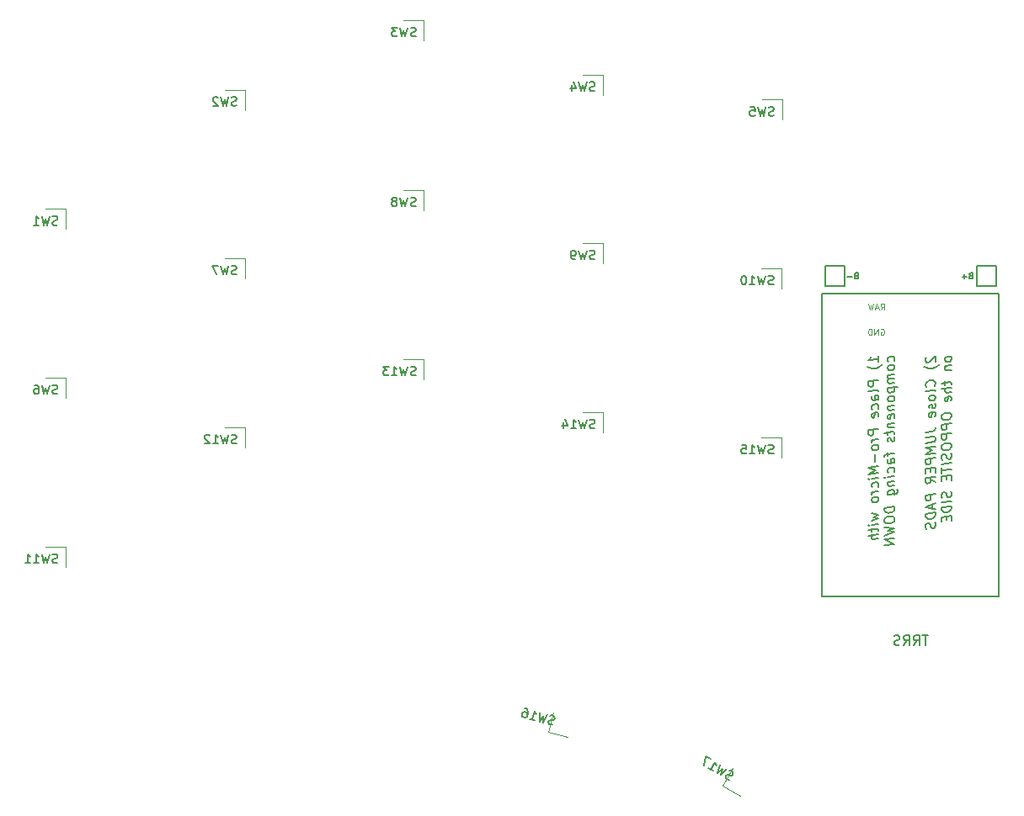
<source format=gbr>
%TF.GenerationSoftware,KiCad,Pcbnew,9.0.2*%
%TF.CreationDate,2025-05-16T20:21:05+01:00*%
%TF.ProjectId,half-swept,68616c66-2d73-4776-9570-742e6b696361,rev?*%
%TF.SameCoordinates,Original*%
%TF.FileFunction,Legend,Bot*%
%TF.FilePolarity,Positive*%
%FSLAX46Y46*%
G04 Gerber Fmt 4.6, Leading zero omitted, Abs format (unit mm)*
G04 Created by KiCad (PCBNEW 9.0.2) date 2025-05-16 20:21:05*
%MOMM*%
%LPD*%
G01*
G04 APERTURE LIST*
%ADD10C,0.120000*%
%ADD11C,0.150000*%
%ADD12C,0.160000*%
G04 APERTURE END LIST*
D10*
X115836308Y-49344131D02*
X116036308Y-49058417D01*
X116179165Y-49344131D02*
X116179165Y-48744131D01*
X116179165Y-48744131D02*
X115950594Y-48744131D01*
X115950594Y-48744131D02*
X115893451Y-48772702D01*
X115893451Y-48772702D02*
X115864880Y-48801274D01*
X115864880Y-48801274D02*
X115836308Y-48858417D01*
X115836308Y-48858417D02*
X115836308Y-48944131D01*
X115836308Y-48944131D02*
X115864880Y-49001274D01*
X115864880Y-49001274D02*
X115893451Y-49029845D01*
X115893451Y-49029845D02*
X115950594Y-49058417D01*
X115950594Y-49058417D02*
X116179165Y-49058417D01*
X115607737Y-49172702D02*
X115322023Y-49172702D01*
X115664880Y-49344131D02*
X115464880Y-48744131D01*
X115464880Y-48744131D02*
X115264880Y-49344131D01*
X115122022Y-48744131D02*
X114979165Y-49344131D01*
X114979165Y-49344131D02*
X114864879Y-48915560D01*
X114864879Y-48915560D02*
X114750594Y-49344131D01*
X114750594Y-49344131D02*
X114607737Y-48744131D01*
D11*
X113358570Y-45929485D02*
X113272856Y-45958057D01*
X113272856Y-45958057D02*
X113244285Y-45986628D01*
X113244285Y-45986628D02*
X113215713Y-46043771D01*
X113215713Y-46043771D02*
X113215713Y-46129485D01*
X113215713Y-46129485D02*
X113244285Y-46186628D01*
X113244285Y-46186628D02*
X113272856Y-46215200D01*
X113272856Y-46215200D02*
X113329999Y-46243771D01*
X113329999Y-46243771D02*
X113558570Y-46243771D01*
X113558570Y-46243771D02*
X113558570Y-45643771D01*
X113558570Y-45643771D02*
X113358570Y-45643771D01*
X113358570Y-45643771D02*
X113301428Y-45672342D01*
X113301428Y-45672342D02*
X113272856Y-45700914D01*
X113272856Y-45700914D02*
X113244285Y-45758057D01*
X113244285Y-45758057D02*
X113244285Y-45815200D01*
X113244285Y-45815200D02*
X113272856Y-45872342D01*
X113272856Y-45872342D02*
X113301428Y-45900914D01*
X113301428Y-45900914D02*
X113358570Y-45929485D01*
X113358570Y-45929485D02*
X113558570Y-45929485D01*
X112958570Y-46015200D02*
X112501428Y-46015200D01*
X120461885Y-54142703D02*
X120414266Y-54196274D01*
X120414266Y-54196274D02*
X120366647Y-54297464D01*
X120366647Y-54297464D02*
X120366647Y-54535560D01*
X120366647Y-54535560D02*
X120414266Y-54624845D01*
X120414266Y-54624845D02*
X120461885Y-54666512D01*
X120461885Y-54666512D02*
X120557123Y-54702226D01*
X120557123Y-54702226D02*
X120652361Y-54690322D01*
X120652361Y-54690322D02*
X120795218Y-54624845D01*
X120795218Y-54624845D02*
X121366647Y-53981988D01*
X121366647Y-53981988D02*
X121366647Y-54601036D01*
X121747599Y-54886750D02*
X121699980Y-54940322D01*
X121699980Y-54940322D02*
X121557123Y-55053417D01*
X121557123Y-55053417D02*
X121461885Y-55112941D01*
X121461885Y-55112941D02*
X121319028Y-55178417D01*
X121319028Y-55178417D02*
X121080932Y-55255798D01*
X121080932Y-55255798D02*
X120890456Y-55279607D01*
X120890456Y-55279607D02*
X120652361Y-55261750D01*
X120652361Y-55261750D02*
X120509504Y-55231988D01*
X120509504Y-55231988D02*
X120414266Y-55196274D01*
X120414266Y-55196274D02*
X120271408Y-55118893D01*
X120271408Y-55118893D02*
X120223789Y-55077226D01*
X121271408Y-57041513D02*
X121319028Y-56987941D01*
X121319028Y-56987941D02*
X121366647Y-56839132D01*
X121366647Y-56839132D02*
X121366647Y-56743894D01*
X121366647Y-56743894D02*
X121319028Y-56606989D01*
X121319028Y-56606989D02*
X121223789Y-56523656D01*
X121223789Y-56523656D02*
X121128551Y-56487941D01*
X121128551Y-56487941D02*
X120938075Y-56464132D01*
X120938075Y-56464132D02*
X120795218Y-56481989D01*
X120795218Y-56481989D02*
X120604742Y-56553417D01*
X120604742Y-56553417D02*
X120509504Y-56612941D01*
X120509504Y-56612941D02*
X120414266Y-56720084D01*
X120414266Y-56720084D02*
X120366647Y-56868894D01*
X120366647Y-56868894D02*
X120366647Y-56964132D01*
X120366647Y-56964132D02*
X120414266Y-57101037D01*
X120414266Y-57101037D02*
X120461885Y-57142703D01*
X121366647Y-57601037D02*
X121319028Y-57511751D01*
X121319028Y-57511751D02*
X121223789Y-57476037D01*
X121223789Y-57476037D02*
X120366647Y-57583179D01*
X121366647Y-58124847D02*
X121319028Y-58035561D01*
X121319028Y-58035561D02*
X121271408Y-57993894D01*
X121271408Y-57993894D02*
X121176170Y-57958180D01*
X121176170Y-57958180D02*
X120890456Y-57993894D01*
X120890456Y-57993894D02*
X120795218Y-58053418D01*
X120795218Y-58053418D02*
X120747599Y-58106989D01*
X120747599Y-58106989D02*
X120699980Y-58208180D01*
X120699980Y-58208180D02*
X120699980Y-58351037D01*
X120699980Y-58351037D02*
X120747599Y-58440323D01*
X120747599Y-58440323D02*
X120795218Y-58481989D01*
X120795218Y-58481989D02*
X120890456Y-58517704D01*
X120890456Y-58517704D02*
X121176170Y-58481989D01*
X121176170Y-58481989D02*
X121271408Y-58422466D01*
X121271408Y-58422466D02*
X121319028Y-58368894D01*
X121319028Y-58368894D02*
X121366647Y-58267704D01*
X121366647Y-58267704D02*
X121366647Y-58124847D01*
X121319028Y-58845085D02*
X121366647Y-58934370D01*
X121366647Y-58934370D02*
X121366647Y-59124847D01*
X121366647Y-59124847D02*
X121319028Y-59226037D01*
X121319028Y-59226037D02*
X121223789Y-59285561D01*
X121223789Y-59285561D02*
X121176170Y-59291513D01*
X121176170Y-59291513D02*
X121080932Y-59255799D01*
X121080932Y-59255799D02*
X121033313Y-59166513D01*
X121033313Y-59166513D02*
X121033313Y-59023656D01*
X121033313Y-59023656D02*
X120985694Y-58934370D01*
X120985694Y-58934370D02*
X120890456Y-58898656D01*
X120890456Y-58898656D02*
X120842837Y-58904609D01*
X120842837Y-58904609D02*
X120747599Y-58964132D01*
X120747599Y-58964132D02*
X120699980Y-59065323D01*
X120699980Y-59065323D02*
X120699980Y-59208180D01*
X120699980Y-59208180D02*
X120747599Y-59297466D01*
X121319028Y-60083180D02*
X121366647Y-59981990D01*
X121366647Y-59981990D02*
X121366647Y-59791513D01*
X121366647Y-59791513D02*
X121319028Y-59702228D01*
X121319028Y-59702228D02*
X121223789Y-59666513D01*
X121223789Y-59666513D02*
X120842837Y-59714133D01*
X120842837Y-59714133D02*
X120747599Y-59773656D01*
X120747599Y-59773656D02*
X120699980Y-59874847D01*
X120699980Y-59874847D02*
X120699980Y-60065323D01*
X120699980Y-60065323D02*
X120747599Y-60154609D01*
X120747599Y-60154609D02*
X120842837Y-60190323D01*
X120842837Y-60190323D02*
X120938075Y-60178418D01*
X120938075Y-60178418D02*
X121033313Y-59690323D01*
X120366647Y-61726038D02*
X121080932Y-61636752D01*
X121080932Y-61636752D02*
X121223789Y-61571276D01*
X121223789Y-61571276D02*
X121319028Y-61464133D01*
X121319028Y-61464133D02*
X121366647Y-61315323D01*
X121366647Y-61315323D02*
X121366647Y-61220085D01*
X120366647Y-62202228D02*
X121176170Y-62101038D01*
X121176170Y-62101038D02*
X121271408Y-62136752D01*
X121271408Y-62136752D02*
X121319028Y-62178419D01*
X121319028Y-62178419D02*
X121366647Y-62267705D01*
X121366647Y-62267705D02*
X121366647Y-62458181D01*
X121366647Y-62458181D02*
X121319028Y-62559371D01*
X121319028Y-62559371D02*
X121271408Y-62612943D01*
X121271408Y-62612943D02*
X121176170Y-62672466D01*
X121176170Y-62672466D02*
X120366647Y-62773657D01*
X121366647Y-63124847D02*
X120366647Y-63249847D01*
X120366647Y-63249847D02*
X121080932Y-63493895D01*
X121080932Y-63493895D02*
X120366647Y-63916514D01*
X120366647Y-63916514D02*
X121366647Y-63791514D01*
X121366647Y-64267704D02*
X120366647Y-64392704D01*
X120366647Y-64392704D02*
X120366647Y-64773657D01*
X120366647Y-64773657D02*
X120414266Y-64862942D01*
X120414266Y-64862942D02*
X120461885Y-64904609D01*
X120461885Y-64904609D02*
X120557123Y-64940323D01*
X120557123Y-64940323D02*
X120699980Y-64922466D01*
X120699980Y-64922466D02*
X120795218Y-64862942D01*
X120795218Y-64862942D02*
X120842837Y-64809371D01*
X120842837Y-64809371D02*
X120890456Y-64708181D01*
X120890456Y-64708181D02*
X120890456Y-64327228D01*
X120842837Y-65333181D02*
X120842837Y-65666514D01*
X121366647Y-65743895D02*
X121366647Y-65267704D01*
X121366647Y-65267704D02*
X120366647Y-65392704D01*
X120366647Y-65392704D02*
X120366647Y-65868895D01*
X121366647Y-66743895D02*
X120890456Y-66470085D01*
X121366647Y-66172466D02*
X120366647Y-66297466D01*
X120366647Y-66297466D02*
X120366647Y-66678419D01*
X120366647Y-66678419D02*
X120414266Y-66767704D01*
X120414266Y-66767704D02*
X120461885Y-66809371D01*
X120461885Y-66809371D02*
X120557123Y-66845085D01*
X120557123Y-66845085D02*
X120699980Y-66827228D01*
X120699980Y-66827228D02*
X120795218Y-66767704D01*
X120795218Y-66767704D02*
X120842837Y-66714133D01*
X120842837Y-66714133D02*
X120890456Y-66612943D01*
X120890456Y-66612943D02*
X120890456Y-66231990D01*
X121366647Y-67934371D02*
X120366647Y-68059371D01*
X120366647Y-68059371D02*
X120366647Y-68440324D01*
X120366647Y-68440324D02*
X120414266Y-68529609D01*
X120414266Y-68529609D02*
X120461885Y-68571276D01*
X120461885Y-68571276D02*
X120557123Y-68606990D01*
X120557123Y-68606990D02*
X120699980Y-68589133D01*
X120699980Y-68589133D02*
X120795218Y-68529609D01*
X120795218Y-68529609D02*
X120842837Y-68476038D01*
X120842837Y-68476038D02*
X120890456Y-68374848D01*
X120890456Y-68374848D02*
X120890456Y-67993895D01*
X121080932Y-68922467D02*
X121080932Y-69398657D01*
X121366647Y-68791514D02*
X120366647Y-69249848D01*
X120366647Y-69249848D02*
X121366647Y-69458181D01*
X121366647Y-69791514D02*
X120366647Y-69916514D01*
X120366647Y-69916514D02*
X120366647Y-70154610D01*
X120366647Y-70154610D02*
X120414266Y-70291514D01*
X120414266Y-70291514D02*
X120509504Y-70374848D01*
X120509504Y-70374848D02*
X120604742Y-70410562D01*
X120604742Y-70410562D02*
X120795218Y-70434372D01*
X120795218Y-70434372D02*
X120938075Y-70416514D01*
X120938075Y-70416514D02*
X121128551Y-70345086D01*
X121128551Y-70345086D02*
X121223789Y-70285562D01*
X121223789Y-70285562D02*
X121319028Y-70178419D01*
X121319028Y-70178419D02*
X121366647Y-70029610D01*
X121366647Y-70029610D02*
X121366647Y-69791514D01*
X121319028Y-70749848D02*
X121366647Y-70886752D01*
X121366647Y-70886752D02*
X121366647Y-71124848D01*
X121366647Y-71124848D02*
X121319028Y-71226038D01*
X121319028Y-71226038D02*
X121271408Y-71279610D01*
X121271408Y-71279610D02*
X121176170Y-71339133D01*
X121176170Y-71339133D02*
X121080932Y-71351038D01*
X121080932Y-71351038D02*
X120985694Y-71315324D01*
X120985694Y-71315324D02*
X120938075Y-71273657D01*
X120938075Y-71273657D02*
X120890456Y-71184372D01*
X120890456Y-71184372D02*
X120842837Y-70999848D01*
X120842837Y-70999848D02*
X120795218Y-70910562D01*
X120795218Y-70910562D02*
X120747599Y-70868895D01*
X120747599Y-70868895D02*
X120652361Y-70833181D01*
X120652361Y-70833181D02*
X120557123Y-70845086D01*
X120557123Y-70845086D02*
X120461885Y-70904610D01*
X120461885Y-70904610D02*
X120414266Y-70958181D01*
X120414266Y-70958181D02*
X120366647Y-71059372D01*
X120366647Y-71059372D02*
X120366647Y-71297467D01*
X120366647Y-71297467D02*
X120414266Y-71434372D01*
X122976591Y-54220084D02*
X122928972Y-54130798D01*
X122928972Y-54130798D02*
X122881352Y-54089131D01*
X122881352Y-54089131D02*
X122786114Y-54053417D01*
X122786114Y-54053417D02*
X122500400Y-54089131D01*
X122500400Y-54089131D02*
X122405162Y-54148655D01*
X122405162Y-54148655D02*
X122357543Y-54202226D01*
X122357543Y-54202226D02*
X122309924Y-54303417D01*
X122309924Y-54303417D02*
X122309924Y-54446274D01*
X122309924Y-54446274D02*
X122357543Y-54535560D01*
X122357543Y-54535560D02*
X122405162Y-54577226D01*
X122405162Y-54577226D02*
X122500400Y-54612941D01*
X122500400Y-54612941D02*
X122786114Y-54577226D01*
X122786114Y-54577226D02*
X122881352Y-54517703D01*
X122881352Y-54517703D02*
X122928972Y-54464131D01*
X122928972Y-54464131D02*
X122976591Y-54362941D01*
X122976591Y-54362941D02*
X122976591Y-54220084D01*
X122309924Y-55065322D02*
X122976591Y-54981988D01*
X122405162Y-55053417D02*
X122357543Y-55106988D01*
X122357543Y-55106988D02*
X122309924Y-55208179D01*
X122309924Y-55208179D02*
X122309924Y-55351036D01*
X122309924Y-55351036D02*
X122357543Y-55440322D01*
X122357543Y-55440322D02*
X122452781Y-55476036D01*
X122452781Y-55476036D02*
X122976591Y-55410560D01*
X122309924Y-56589132D02*
X122309924Y-56970084D01*
X121976591Y-56773655D02*
X122833733Y-56666513D01*
X122833733Y-56666513D02*
X122928972Y-56702227D01*
X122928972Y-56702227D02*
X122976591Y-56791513D01*
X122976591Y-56791513D02*
X122976591Y-56886751D01*
X122976591Y-57220084D02*
X121976591Y-57345084D01*
X122976591Y-57648656D02*
X122452781Y-57714132D01*
X122452781Y-57714132D02*
X122357543Y-57678418D01*
X122357543Y-57678418D02*
X122309924Y-57589132D01*
X122309924Y-57589132D02*
X122309924Y-57446275D01*
X122309924Y-57446275D02*
X122357543Y-57345084D01*
X122357543Y-57345084D02*
X122405162Y-57291513D01*
X122928972Y-58511751D02*
X122976591Y-58410561D01*
X122976591Y-58410561D02*
X122976591Y-58220084D01*
X122976591Y-58220084D02*
X122928972Y-58130799D01*
X122928972Y-58130799D02*
X122833733Y-58095084D01*
X122833733Y-58095084D02*
X122452781Y-58142704D01*
X122452781Y-58142704D02*
X122357543Y-58202227D01*
X122357543Y-58202227D02*
X122309924Y-58303418D01*
X122309924Y-58303418D02*
X122309924Y-58493894D01*
X122309924Y-58493894D02*
X122357543Y-58583180D01*
X122357543Y-58583180D02*
X122452781Y-58618894D01*
X122452781Y-58618894D02*
X122548019Y-58606989D01*
X122548019Y-58606989D02*
X122643257Y-58118894D01*
X121976591Y-60059371D02*
X121976591Y-60249847D01*
X121976591Y-60249847D02*
X122024210Y-60339132D01*
X122024210Y-60339132D02*
X122119448Y-60422466D01*
X122119448Y-60422466D02*
X122309924Y-60446275D01*
X122309924Y-60446275D02*
X122643257Y-60404609D01*
X122643257Y-60404609D02*
X122833733Y-60333180D01*
X122833733Y-60333180D02*
X122928972Y-60226037D01*
X122928972Y-60226037D02*
X122976591Y-60124847D01*
X122976591Y-60124847D02*
X122976591Y-59934371D01*
X122976591Y-59934371D02*
X122928972Y-59845085D01*
X122928972Y-59845085D02*
X122833733Y-59761752D01*
X122833733Y-59761752D02*
X122643257Y-59737942D01*
X122643257Y-59737942D02*
X122309924Y-59779609D01*
X122309924Y-59779609D02*
X122119448Y-59851037D01*
X122119448Y-59851037D02*
X122024210Y-59958180D01*
X122024210Y-59958180D02*
X121976591Y-60059371D01*
X122976591Y-60791513D02*
X121976591Y-60916513D01*
X121976591Y-60916513D02*
X121976591Y-61297466D01*
X121976591Y-61297466D02*
X122024210Y-61386751D01*
X122024210Y-61386751D02*
X122071829Y-61428418D01*
X122071829Y-61428418D02*
X122167067Y-61464132D01*
X122167067Y-61464132D02*
X122309924Y-61446275D01*
X122309924Y-61446275D02*
X122405162Y-61386751D01*
X122405162Y-61386751D02*
X122452781Y-61333180D01*
X122452781Y-61333180D02*
X122500400Y-61231990D01*
X122500400Y-61231990D02*
X122500400Y-60851037D01*
X122976591Y-61791513D02*
X121976591Y-61916513D01*
X121976591Y-61916513D02*
X121976591Y-62297466D01*
X121976591Y-62297466D02*
X122024210Y-62386751D01*
X122024210Y-62386751D02*
X122071829Y-62428418D01*
X122071829Y-62428418D02*
X122167067Y-62464132D01*
X122167067Y-62464132D02*
X122309924Y-62446275D01*
X122309924Y-62446275D02*
X122405162Y-62386751D01*
X122405162Y-62386751D02*
X122452781Y-62333180D01*
X122452781Y-62333180D02*
X122500400Y-62231990D01*
X122500400Y-62231990D02*
X122500400Y-61851037D01*
X121976591Y-63106990D02*
X121976591Y-63297466D01*
X121976591Y-63297466D02*
X122024210Y-63386751D01*
X122024210Y-63386751D02*
X122119448Y-63470085D01*
X122119448Y-63470085D02*
X122309924Y-63493894D01*
X122309924Y-63493894D02*
X122643257Y-63452228D01*
X122643257Y-63452228D02*
X122833733Y-63380799D01*
X122833733Y-63380799D02*
X122928972Y-63273656D01*
X122928972Y-63273656D02*
X122976591Y-63172466D01*
X122976591Y-63172466D02*
X122976591Y-62981990D01*
X122976591Y-62981990D02*
X122928972Y-62892704D01*
X122928972Y-62892704D02*
X122833733Y-62809371D01*
X122833733Y-62809371D02*
X122643257Y-62785561D01*
X122643257Y-62785561D02*
X122309924Y-62827228D01*
X122309924Y-62827228D02*
X122119448Y-62898656D01*
X122119448Y-62898656D02*
X122024210Y-63005799D01*
X122024210Y-63005799D02*
X121976591Y-63106990D01*
X122928972Y-63797466D02*
X122976591Y-63934370D01*
X122976591Y-63934370D02*
X122976591Y-64172466D01*
X122976591Y-64172466D02*
X122928972Y-64273656D01*
X122928972Y-64273656D02*
X122881352Y-64327228D01*
X122881352Y-64327228D02*
X122786114Y-64386751D01*
X122786114Y-64386751D02*
X122690876Y-64398656D01*
X122690876Y-64398656D02*
X122595638Y-64362942D01*
X122595638Y-64362942D02*
X122548019Y-64321275D01*
X122548019Y-64321275D02*
X122500400Y-64231990D01*
X122500400Y-64231990D02*
X122452781Y-64047466D01*
X122452781Y-64047466D02*
X122405162Y-63958180D01*
X122405162Y-63958180D02*
X122357543Y-63916513D01*
X122357543Y-63916513D02*
X122262305Y-63880799D01*
X122262305Y-63880799D02*
X122167067Y-63892704D01*
X122167067Y-63892704D02*
X122071829Y-63952228D01*
X122071829Y-63952228D02*
X122024210Y-64005799D01*
X122024210Y-64005799D02*
X121976591Y-64106990D01*
X121976591Y-64106990D02*
X121976591Y-64345085D01*
X121976591Y-64345085D02*
X122024210Y-64481990D01*
X122976591Y-64791513D02*
X121976591Y-64916513D01*
X121976591Y-65249846D02*
X121976591Y-65821275D01*
X122976591Y-65410561D02*
X121976591Y-65535561D01*
X122452781Y-66095085D02*
X122452781Y-66428418D01*
X122976591Y-66505799D02*
X122976591Y-66029608D01*
X122976591Y-66029608D02*
X121976591Y-66154608D01*
X121976591Y-66154608D02*
X121976591Y-66630799D01*
X122928972Y-67654609D02*
X122976591Y-67791513D01*
X122976591Y-67791513D02*
X122976591Y-68029609D01*
X122976591Y-68029609D02*
X122928972Y-68130799D01*
X122928972Y-68130799D02*
X122881352Y-68184371D01*
X122881352Y-68184371D02*
X122786114Y-68243894D01*
X122786114Y-68243894D02*
X122690876Y-68255799D01*
X122690876Y-68255799D02*
X122595638Y-68220085D01*
X122595638Y-68220085D02*
X122548019Y-68178418D01*
X122548019Y-68178418D02*
X122500400Y-68089133D01*
X122500400Y-68089133D02*
X122452781Y-67904609D01*
X122452781Y-67904609D02*
X122405162Y-67815323D01*
X122405162Y-67815323D02*
X122357543Y-67773656D01*
X122357543Y-67773656D02*
X122262305Y-67737942D01*
X122262305Y-67737942D02*
X122167067Y-67749847D01*
X122167067Y-67749847D02*
X122071829Y-67809371D01*
X122071829Y-67809371D02*
X122024210Y-67862942D01*
X122024210Y-67862942D02*
X121976591Y-67964133D01*
X121976591Y-67964133D02*
X121976591Y-68202228D01*
X121976591Y-68202228D02*
X122024210Y-68339133D01*
X122976591Y-68648656D02*
X121976591Y-68773656D01*
X122976591Y-69124846D02*
X121976591Y-69249846D01*
X121976591Y-69249846D02*
X121976591Y-69487942D01*
X121976591Y-69487942D02*
X122024210Y-69624846D01*
X122024210Y-69624846D02*
X122119448Y-69708180D01*
X122119448Y-69708180D02*
X122214686Y-69743894D01*
X122214686Y-69743894D02*
X122405162Y-69767704D01*
X122405162Y-69767704D02*
X122548019Y-69749846D01*
X122548019Y-69749846D02*
X122738495Y-69678418D01*
X122738495Y-69678418D02*
X122833733Y-69618894D01*
X122833733Y-69618894D02*
X122928972Y-69511751D01*
X122928972Y-69511751D02*
X122976591Y-69362942D01*
X122976591Y-69362942D02*
X122976591Y-69124846D01*
X122452781Y-70190323D02*
X122452781Y-70523656D01*
X122976591Y-70601037D02*
X122976591Y-70124846D01*
X122976591Y-70124846D02*
X121976591Y-70249846D01*
X121976591Y-70249846D02*
X121976591Y-70726037D01*
D10*
X115864880Y-51312702D02*
X115922023Y-51284131D01*
X115922023Y-51284131D02*
X116007737Y-51284131D01*
X116007737Y-51284131D02*
X116093451Y-51312702D01*
X116093451Y-51312702D02*
X116150594Y-51369845D01*
X116150594Y-51369845D02*
X116179165Y-51426988D01*
X116179165Y-51426988D02*
X116207737Y-51541274D01*
X116207737Y-51541274D02*
X116207737Y-51626988D01*
X116207737Y-51626988D02*
X116179165Y-51741274D01*
X116179165Y-51741274D02*
X116150594Y-51798417D01*
X116150594Y-51798417D02*
X116093451Y-51855560D01*
X116093451Y-51855560D02*
X116007737Y-51884131D01*
X116007737Y-51884131D02*
X115950594Y-51884131D01*
X115950594Y-51884131D02*
X115864880Y-51855560D01*
X115864880Y-51855560D02*
X115836308Y-51826988D01*
X115836308Y-51826988D02*
X115836308Y-51626988D01*
X115836308Y-51626988D02*
X115950594Y-51626988D01*
X115579165Y-51884131D02*
X115579165Y-51284131D01*
X115579165Y-51284131D02*
X115236308Y-51884131D01*
X115236308Y-51884131D02*
X115236308Y-51284131D01*
X114950594Y-51884131D02*
X114950594Y-51284131D01*
X114950594Y-51284131D02*
X114807737Y-51284131D01*
X114807737Y-51284131D02*
X114722023Y-51312702D01*
X114722023Y-51312702D02*
X114664880Y-51369845D01*
X114664880Y-51369845D02*
X114636309Y-51426988D01*
X114636309Y-51426988D02*
X114607737Y-51541274D01*
X114607737Y-51541274D02*
X114607737Y-51626988D01*
X114607737Y-51626988D02*
X114636309Y-51741274D01*
X114636309Y-51741274D02*
X114664880Y-51798417D01*
X114664880Y-51798417D02*
X114722023Y-51855560D01*
X114722023Y-51855560D02*
X114807737Y-51884131D01*
X114807737Y-51884131D02*
X114950594Y-51884131D01*
D11*
X115626247Y-54601036D02*
X115626247Y-54029607D01*
X115626247Y-54315322D02*
X114626247Y-54440322D01*
X114626247Y-54440322D02*
X114769104Y-54327226D01*
X114769104Y-54327226D02*
X114864342Y-54220084D01*
X114864342Y-54220084D02*
X114911961Y-54118893D01*
X116007199Y-54886750D02*
X115959580Y-54940322D01*
X115959580Y-54940322D02*
X115816723Y-55053417D01*
X115816723Y-55053417D02*
X115721485Y-55112941D01*
X115721485Y-55112941D02*
X115578628Y-55178417D01*
X115578628Y-55178417D02*
X115340532Y-55255798D01*
X115340532Y-55255798D02*
X115150056Y-55279607D01*
X115150056Y-55279607D02*
X114911961Y-55261750D01*
X114911961Y-55261750D02*
X114769104Y-55231988D01*
X114769104Y-55231988D02*
X114673866Y-55196274D01*
X114673866Y-55196274D02*
X114531008Y-55118893D01*
X114531008Y-55118893D02*
X114483389Y-55077226D01*
X115626247Y-56458179D02*
X114626247Y-56583179D01*
X114626247Y-56583179D02*
X114626247Y-56964132D01*
X114626247Y-56964132D02*
X114673866Y-57053417D01*
X114673866Y-57053417D02*
X114721485Y-57095084D01*
X114721485Y-57095084D02*
X114816723Y-57130798D01*
X114816723Y-57130798D02*
X114959580Y-57112941D01*
X114959580Y-57112941D02*
X115054818Y-57053417D01*
X115054818Y-57053417D02*
X115102437Y-56999846D01*
X115102437Y-56999846D02*
X115150056Y-56898656D01*
X115150056Y-56898656D02*
X115150056Y-56517703D01*
X115626247Y-57601037D02*
X115578628Y-57511751D01*
X115578628Y-57511751D02*
X115483389Y-57476037D01*
X115483389Y-57476037D02*
X114626247Y-57583179D01*
X115626247Y-58410561D02*
X115102437Y-58476037D01*
X115102437Y-58476037D02*
X115007199Y-58440323D01*
X115007199Y-58440323D02*
X114959580Y-58351037D01*
X114959580Y-58351037D02*
X114959580Y-58160561D01*
X114959580Y-58160561D02*
X115007199Y-58059370D01*
X115578628Y-58416513D02*
X115626247Y-58315323D01*
X115626247Y-58315323D02*
X115626247Y-58077227D01*
X115626247Y-58077227D02*
X115578628Y-57987942D01*
X115578628Y-57987942D02*
X115483389Y-57952227D01*
X115483389Y-57952227D02*
X115388151Y-57964132D01*
X115388151Y-57964132D02*
X115292913Y-58023656D01*
X115292913Y-58023656D02*
X115245294Y-58124847D01*
X115245294Y-58124847D02*
X115245294Y-58362942D01*
X115245294Y-58362942D02*
X115197675Y-58464132D01*
X115578628Y-59321275D02*
X115626247Y-59220085D01*
X115626247Y-59220085D02*
X115626247Y-59029609D01*
X115626247Y-59029609D02*
X115578628Y-58940323D01*
X115578628Y-58940323D02*
X115531008Y-58898656D01*
X115531008Y-58898656D02*
X115435770Y-58862942D01*
X115435770Y-58862942D02*
X115150056Y-58898656D01*
X115150056Y-58898656D02*
X115054818Y-58958180D01*
X115054818Y-58958180D02*
X115007199Y-59011751D01*
X115007199Y-59011751D02*
X114959580Y-59112942D01*
X114959580Y-59112942D02*
X114959580Y-59303418D01*
X114959580Y-59303418D02*
X115007199Y-59392704D01*
X115578628Y-60130799D02*
X115626247Y-60029609D01*
X115626247Y-60029609D02*
X115626247Y-59839132D01*
X115626247Y-59839132D02*
X115578628Y-59749847D01*
X115578628Y-59749847D02*
X115483389Y-59714132D01*
X115483389Y-59714132D02*
X115102437Y-59761752D01*
X115102437Y-59761752D02*
X115007199Y-59821275D01*
X115007199Y-59821275D02*
X114959580Y-59922466D01*
X114959580Y-59922466D02*
X114959580Y-60112942D01*
X114959580Y-60112942D02*
X115007199Y-60202228D01*
X115007199Y-60202228D02*
X115102437Y-60237942D01*
X115102437Y-60237942D02*
X115197675Y-60226037D01*
X115197675Y-60226037D02*
X115292913Y-59737942D01*
X115626247Y-61362942D02*
X114626247Y-61487942D01*
X114626247Y-61487942D02*
X114626247Y-61868895D01*
X114626247Y-61868895D02*
X114673866Y-61958180D01*
X114673866Y-61958180D02*
X114721485Y-61999847D01*
X114721485Y-61999847D02*
X114816723Y-62035561D01*
X114816723Y-62035561D02*
X114959580Y-62017704D01*
X114959580Y-62017704D02*
X115054818Y-61958180D01*
X115054818Y-61958180D02*
X115102437Y-61904609D01*
X115102437Y-61904609D02*
X115150056Y-61803419D01*
X115150056Y-61803419D02*
X115150056Y-61422466D01*
X115626247Y-62362942D02*
X114959580Y-62446276D01*
X115150056Y-62422466D02*
X115054818Y-62481990D01*
X115054818Y-62481990D02*
X115007199Y-62535561D01*
X115007199Y-62535561D02*
X114959580Y-62636752D01*
X114959580Y-62636752D02*
X114959580Y-62731990D01*
X115626247Y-63124848D02*
X115578628Y-63035562D01*
X115578628Y-63035562D02*
X115531008Y-62993895D01*
X115531008Y-62993895D02*
X115435770Y-62958181D01*
X115435770Y-62958181D02*
X115150056Y-62993895D01*
X115150056Y-62993895D02*
X115054818Y-63053419D01*
X115054818Y-63053419D02*
X115007199Y-63106990D01*
X115007199Y-63106990D02*
X114959580Y-63208181D01*
X114959580Y-63208181D02*
X114959580Y-63351038D01*
X114959580Y-63351038D02*
X115007199Y-63440324D01*
X115007199Y-63440324D02*
X115054818Y-63481990D01*
X115054818Y-63481990D02*
X115150056Y-63517705D01*
X115150056Y-63517705D02*
X115435770Y-63481990D01*
X115435770Y-63481990D02*
X115531008Y-63422467D01*
X115531008Y-63422467D02*
X115578628Y-63368895D01*
X115578628Y-63368895D02*
X115626247Y-63267705D01*
X115626247Y-63267705D02*
X115626247Y-63124848D01*
X115245294Y-63934371D02*
X115245294Y-64696276D01*
X115626247Y-65124847D02*
X114626247Y-65249847D01*
X114626247Y-65249847D02*
X115340532Y-65493895D01*
X115340532Y-65493895D02*
X114626247Y-65916514D01*
X114626247Y-65916514D02*
X115626247Y-65791514D01*
X115626247Y-66267704D02*
X114959580Y-66351038D01*
X114626247Y-66392704D02*
X114673866Y-66339133D01*
X114673866Y-66339133D02*
X114721485Y-66380800D01*
X114721485Y-66380800D02*
X114673866Y-66434371D01*
X114673866Y-66434371D02*
X114626247Y-66392704D01*
X114626247Y-66392704D02*
X114721485Y-66380800D01*
X115578628Y-67178418D02*
X115626247Y-67077228D01*
X115626247Y-67077228D02*
X115626247Y-66886752D01*
X115626247Y-66886752D02*
X115578628Y-66797466D01*
X115578628Y-66797466D02*
X115531008Y-66755799D01*
X115531008Y-66755799D02*
X115435770Y-66720085D01*
X115435770Y-66720085D02*
X115150056Y-66755799D01*
X115150056Y-66755799D02*
X115054818Y-66815323D01*
X115054818Y-66815323D02*
X115007199Y-66868894D01*
X115007199Y-66868894D02*
X114959580Y-66970085D01*
X114959580Y-66970085D02*
X114959580Y-67160561D01*
X114959580Y-67160561D02*
X115007199Y-67249847D01*
X115626247Y-67601037D02*
X114959580Y-67684371D01*
X115150056Y-67660561D02*
X115054818Y-67720085D01*
X115054818Y-67720085D02*
X115007199Y-67773656D01*
X115007199Y-67773656D02*
X114959580Y-67874847D01*
X114959580Y-67874847D02*
X114959580Y-67970085D01*
X115626247Y-68362943D02*
X115578628Y-68273657D01*
X115578628Y-68273657D02*
X115531008Y-68231990D01*
X115531008Y-68231990D02*
X115435770Y-68196276D01*
X115435770Y-68196276D02*
X115150056Y-68231990D01*
X115150056Y-68231990D02*
X115054818Y-68291514D01*
X115054818Y-68291514D02*
X115007199Y-68345085D01*
X115007199Y-68345085D02*
X114959580Y-68446276D01*
X114959580Y-68446276D02*
X114959580Y-68589133D01*
X114959580Y-68589133D02*
X115007199Y-68678419D01*
X115007199Y-68678419D02*
X115054818Y-68720085D01*
X115054818Y-68720085D02*
X115150056Y-68755800D01*
X115150056Y-68755800D02*
X115435770Y-68720085D01*
X115435770Y-68720085D02*
X115531008Y-68660562D01*
X115531008Y-68660562D02*
X115578628Y-68606990D01*
X115578628Y-68606990D02*
X115626247Y-68505800D01*
X115626247Y-68505800D02*
X115626247Y-68362943D01*
X114959580Y-69874848D02*
X115626247Y-69981990D01*
X115626247Y-69981990D02*
X115150056Y-70231990D01*
X115150056Y-70231990D02*
X115626247Y-70362943D01*
X115626247Y-70362943D02*
X114959580Y-70636752D01*
X115626247Y-70934371D02*
X114959580Y-71017705D01*
X114626247Y-71059371D02*
X114673866Y-71005800D01*
X114673866Y-71005800D02*
X114721485Y-71047467D01*
X114721485Y-71047467D02*
X114673866Y-71101038D01*
X114673866Y-71101038D02*
X114626247Y-71059371D01*
X114626247Y-71059371D02*
X114721485Y-71047467D01*
X114959580Y-71351038D02*
X114959580Y-71731990D01*
X114626247Y-71535561D02*
X115483389Y-71428419D01*
X115483389Y-71428419D02*
X115578628Y-71464133D01*
X115578628Y-71464133D02*
X115626247Y-71553419D01*
X115626247Y-71553419D02*
X115626247Y-71648657D01*
X115626247Y-71981990D02*
X114626247Y-72106990D01*
X115626247Y-72410562D02*
X115102437Y-72476038D01*
X115102437Y-72476038D02*
X115007199Y-72440324D01*
X115007199Y-72440324D02*
X114959580Y-72351038D01*
X114959580Y-72351038D02*
X114959580Y-72208181D01*
X114959580Y-72208181D02*
X115007199Y-72106990D01*
X115007199Y-72106990D02*
X115054818Y-72053419D01*
X117188572Y-54511750D02*
X117236191Y-54410560D01*
X117236191Y-54410560D02*
X117236191Y-54220084D01*
X117236191Y-54220084D02*
X117188572Y-54130798D01*
X117188572Y-54130798D02*
X117140952Y-54089131D01*
X117140952Y-54089131D02*
X117045714Y-54053417D01*
X117045714Y-54053417D02*
X116760000Y-54089131D01*
X116760000Y-54089131D02*
X116664762Y-54148655D01*
X116664762Y-54148655D02*
X116617143Y-54202226D01*
X116617143Y-54202226D02*
X116569524Y-54303417D01*
X116569524Y-54303417D02*
X116569524Y-54493893D01*
X116569524Y-54493893D02*
X116617143Y-54583179D01*
X117236191Y-55077227D02*
X117188572Y-54987941D01*
X117188572Y-54987941D02*
X117140952Y-54946274D01*
X117140952Y-54946274D02*
X117045714Y-54910560D01*
X117045714Y-54910560D02*
X116760000Y-54946274D01*
X116760000Y-54946274D02*
X116664762Y-55005798D01*
X116664762Y-55005798D02*
X116617143Y-55059369D01*
X116617143Y-55059369D02*
X116569524Y-55160560D01*
X116569524Y-55160560D02*
X116569524Y-55303417D01*
X116569524Y-55303417D02*
X116617143Y-55392703D01*
X116617143Y-55392703D02*
X116664762Y-55434369D01*
X116664762Y-55434369D02*
X116760000Y-55470084D01*
X116760000Y-55470084D02*
X117045714Y-55434369D01*
X117045714Y-55434369D02*
X117140952Y-55374846D01*
X117140952Y-55374846D02*
X117188572Y-55321274D01*
X117188572Y-55321274D02*
X117236191Y-55220084D01*
X117236191Y-55220084D02*
X117236191Y-55077227D01*
X117236191Y-55839131D02*
X116569524Y-55922465D01*
X116664762Y-55910560D02*
X116617143Y-55964131D01*
X116617143Y-55964131D02*
X116569524Y-56065322D01*
X116569524Y-56065322D02*
X116569524Y-56208179D01*
X116569524Y-56208179D02*
X116617143Y-56297465D01*
X116617143Y-56297465D02*
X116712381Y-56333179D01*
X116712381Y-56333179D02*
X117236191Y-56267703D01*
X116712381Y-56333179D02*
X116617143Y-56392703D01*
X116617143Y-56392703D02*
X116569524Y-56493893D01*
X116569524Y-56493893D02*
X116569524Y-56636750D01*
X116569524Y-56636750D02*
X116617143Y-56726036D01*
X116617143Y-56726036D02*
X116712381Y-56761750D01*
X116712381Y-56761750D02*
X117236191Y-56696274D01*
X116569524Y-57255798D02*
X117569524Y-57130798D01*
X116617143Y-57249845D02*
X116569524Y-57351036D01*
X116569524Y-57351036D02*
X116569524Y-57541512D01*
X116569524Y-57541512D02*
X116617143Y-57630798D01*
X116617143Y-57630798D02*
X116664762Y-57672464D01*
X116664762Y-57672464D02*
X116760000Y-57708179D01*
X116760000Y-57708179D02*
X117045714Y-57672464D01*
X117045714Y-57672464D02*
X117140952Y-57612941D01*
X117140952Y-57612941D02*
X117188572Y-57559369D01*
X117188572Y-57559369D02*
X117236191Y-57458179D01*
X117236191Y-57458179D02*
X117236191Y-57267702D01*
X117236191Y-57267702D02*
X117188572Y-57178417D01*
X117236191Y-58220084D02*
X117188572Y-58130798D01*
X117188572Y-58130798D02*
X117140952Y-58089131D01*
X117140952Y-58089131D02*
X117045714Y-58053417D01*
X117045714Y-58053417D02*
X116760000Y-58089131D01*
X116760000Y-58089131D02*
X116664762Y-58148655D01*
X116664762Y-58148655D02*
X116617143Y-58202226D01*
X116617143Y-58202226D02*
X116569524Y-58303417D01*
X116569524Y-58303417D02*
X116569524Y-58446274D01*
X116569524Y-58446274D02*
X116617143Y-58535560D01*
X116617143Y-58535560D02*
X116664762Y-58577226D01*
X116664762Y-58577226D02*
X116760000Y-58612941D01*
X116760000Y-58612941D02*
X117045714Y-58577226D01*
X117045714Y-58577226D02*
X117140952Y-58517703D01*
X117140952Y-58517703D02*
X117188572Y-58464131D01*
X117188572Y-58464131D02*
X117236191Y-58362941D01*
X117236191Y-58362941D02*
X117236191Y-58220084D01*
X116569524Y-59065322D02*
X117236191Y-58981988D01*
X116664762Y-59053417D02*
X116617143Y-59106988D01*
X116617143Y-59106988D02*
X116569524Y-59208179D01*
X116569524Y-59208179D02*
X116569524Y-59351036D01*
X116569524Y-59351036D02*
X116617143Y-59440322D01*
X116617143Y-59440322D02*
X116712381Y-59476036D01*
X116712381Y-59476036D02*
X117236191Y-59410560D01*
X117188572Y-60273655D02*
X117236191Y-60172465D01*
X117236191Y-60172465D02*
X117236191Y-59981988D01*
X117236191Y-59981988D02*
X117188572Y-59892703D01*
X117188572Y-59892703D02*
X117093333Y-59856988D01*
X117093333Y-59856988D02*
X116712381Y-59904608D01*
X116712381Y-59904608D02*
X116617143Y-59964131D01*
X116617143Y-59964131D02*
X116569524Y-60065322D01*
X116569524Y-60065322D02*
X116569524Y-60255798D01*
X116569524Y-60255798D02*
X116617143Y-60345084D01*
X116617143Y-60345084D02*
X116712381Y-60380798D01*
X116712381Y-60380798D02*
X116807619Y-60368893D01*
X116807619Y-60368893D02*
X116902857Y-59880798D01*
X116569524Y-60827227D02*
X117236191Y-60743893D01*
X116664762Y-60815322D02*
X116617143Y-60868893D01*
X116617143Y-60868893D02*
X116569524Y-60970084D01*
X116569524Y-60970084D02*
X116569524Y-61112941D01*
X116569524Y-61112941D02*
X116617143Y-61202227D01*
X116617143Y-61202227D02*
X116712381Y-61237941D01*
X116712381Y-61237941D02*
X117236191Y-61172465D01*
X116569524Y-61589132D02*
X116569524Y-61970084D01*
X116236191Y-61773655D02*
X117093333Y-61666513D01*
X117093333Y-61666513D02*
X117188572Y-61702227D01*
X117188572Y-61702227D02*
X117236191Y-61791513D01*
X117236191Y-61791513D02*
X117236191Y-61886751D01*
X117188572Y-62178418D02*
X117236191Y-62267703D01*
X117236191Y-62267703D02*
X117236191Y-62458180D01*
X117236191Y-62458180D02*
X117188572Y-62559370D01*
X117188572Y-62559370D02*
X117093333Y-62618894D01*
X117093333Y-62618894D02*
X117045714Y-62624846D01*
X117045714Y-62624846D02*
X116950476Y-62589132D01*
X116950476Y-62589132D02*
X116902857Y-62499846D01*
X116902857Y-62499846D02*
X116902857Y-62356989D01*
X116902857Y-62356989D02*
X116855238Y-62267703D01*
X116855238Y-62267703D02*
X116760000Y-62231989D01*
X116760000Y-62231989D02*
X116712381Y-62237942D01*
X116712381Y-62237942D02*
X116617143Y-62297465D01*
X116617143Y-62297465D02*
X116569524Y-62398656D01*
X116569524Y-62398656D02*
X116569524Y-62541513D01*
X116569524Y-62541513D02*
X116617143Y-62630799D01*
X116569524Y-63731990D02*
X116569524Y-64112942D01*
X117236191Y-63791513D02*
X116379048Y-63898656D01*
X116379048Y-63898656D02*
X116283810Y-63958180D01*
X116283810Y-63958180D02*
X116236191Y-64059371D01*
X116236191Y-64059371D02*
X116236191Y-64154609D01*
X117236191Y-64791514D02*
X116712381Y-64856990D01*
X116712381Y-64856990D02*
X116617143Y-64821276D01*
X116617143Y-64821276D02*
X116569524Y-64731990D01*
X116569524Y-64731990D02*
X116569524Y-64541514D01*
X116569524Y-64541514D02*
X116617143Y-64440323D01*
X117188572Y-64797466D02*
X117236191Y-64696276D01*
X117236191Y-64696276D02*
X117236191Y-64458180D01*
X117236191Y-64458180D02*
X117188572Y-64368895D01*
X117188572Y-64368895D02*
X117093333Y-64333180D01*
X117093333Y-64333180D02*
X116998095Y-64345085D01*
X116998095Y-64345085D02*
X116902857Y-64404609D01*
X116902857Y-64404609D02*
X116855238Y-64505800D01*
X116855238Y-64505800D02*
X116855238Y-64743895D01*
X116855238Y-64743895D02*
X116807619Y-64845085D01*
X117188572Y-65702228D02*
X117236191Y-65601038D01*
X117236191Y-65601038D02*
X117236191Y-65410562D01*
X117236191Y-65410562D02*
X117188572Y-65321276D01*
X117188572Y-65321276D02*
X117140952Y-65279609D01*
X117140952Y-65279609D02*
X117045714Y-65243895D01*
X117045714Y-65243895D02*
X116760000Y-65279609D01*
X116760000Y-65279609D02*
X116664762Y-65339133D01*
X116664762Y-65339133D02*
X116617143Y-65392704D01*
X116617143Y-65392704D02*
X116569524Y-65493895D01*
X116569524Y-65493895D02*
X116569524Y-65684371D01*
X116569524Y-65684371D02*
X116617143Y-65773657D01*
X117236191Y-66124847D02*
X116569524Y-66208181D01*
X116236191Y-66249847D02*
X116283810Y-66196276D01*
X116283810Y-66196276D02*
X116331429Y-66237943D01*
X116331429Y-66237943D02*
X116283810Y-66291514D01*
X116283810Y-66291514D02*
X116236191Y-66249847D01*
X116236191Y-66249847D02*
X116331429Y-66237943D01*
X116569524Y-66684371D02*
X117236191Y-66601037D01*
X116664762Y-66672466D02*
X116617143Y-66726037D01*
X116617143Y-66726037D02*
X116569524Y-66827228D01*
X116569524Y-66827228D02*
X116569524Y-66970085D01*
X116569524Y-66970085D02*
X116617143Y-67059371D01*
X116617143Y-67059371D02*
X116712381Y-67095085D01*
X116712381Y-67095085D02*
X117236191Y-67029609D01*
X116569524Y-68017704D02*
X117379048Y-67916514D01*
X117379048Y-67916514D02*
X117474286Y-67856990D01*
X117474286Y-67856990D02*
X117521905Y-67803418D01*
X117521905Y-67803418D02*
X117569524Y-67702228D01*
X117569524Y-67702228D02*
X117569524Y-67559371D01*
X117569524Y-67559371D02*
X117521905Y-67470085D01*
X117188572Y-67940323D02*
X117236191Y-67839133D01*
X117236191Y-67839133D02*
X117236191Y-67648657D01*
X117236191Y-67648657D02*
X117188572Y-67559371D01*
X117188572Y-67559371D02*
X117140952Y-67517704D01*
X117140952Y-67517704D02*
X117045714Y-67481990D01*
X117045714Y-67481990D02*
X116760000Y-67517704D01*
X116760000Y-67517704D02*
X116664762Y-67577228D01*
X116664762Y-67577228D02*
X116617143Y-67630799D01*
X116617143Y-67630799D02*
X116569524Y-67731990D01*
X116569524Y-67731990D02*
X116569524Y-67922466D01*
X116569524Y-67922466D02*
X116617143Y-68011752D01*
X117236191Y-69172466D02*
X116236191Y-69297466D01*
X116236191Y-69297466D02*
X116236191Y-69535562D01*
X116236191Y-69535562D02*
X116283810Y-69672466D01*
X116283810Y-69672466D02*
X116379048Y-69755800D01*
X116379048Y-69755800D02*
X116474286Y-69791514D01*
X116474286Y-69791514D02*
X116664762Y-69815324D01*
X116664762Y-69815324D02*
X116807619Y-69797466D01*
X116807619Y-69797466D02*
X116998095Y-69726038D01*
X116998095Y-69726038D02*
X117093333Y-69666514D01*
X117093333Y-69666514D02*
X117188572Y-69559371D01*
X117188572Y-69559371D02*
X117236191Y-69410562D01*
X117236191Y-69410562D02*
X117236191Y-69172466D01*
X116236191Y-70487943D02*
X116236191Y-70678419D01*
X116236191Y-70678419D02*
X116283810Y-70767704D01*
X116283810Y-70767704D02*
X116379048Y-70851038D01*
X116379048Y-70851038D02*
X116569524Y-70874847D01*
X116569524Y-70874847D02*
X116902857Y-70833181D01*
X116902857Y-70833181D02*
X117093333Y-70761752D01*
X117093333Y-70761752D02*
X117188572Y-70654609D01*
X117188572Y-70654609D02*
X117236191Y-70553419D01*
X117236191Y-70553419D02*
X117236191Y-70362943D01*
X117236191Y-70362943D02*
X117188572Y-70273657D01*
X117188572Y-70273657D02*
X117093333Y-70190324D01*
X117093333Y-70190324D02*
X116902857Y-70166514D01*
X116902857Y-70166514D02*
X116569524Y-70208181D01*
X116569524Y-70208181D02*
X116379048Y-70279609D01*
X116379048Y-70279609D02*
X116283810Y-70386752D01*
X116283810Y-70386752D02*
X116236191Y-70487943D01*
X116236191Y-71249847D02*
X117236191Y-71362943D01*
X117236191Y-71362943D02*
X116521905Y-71642704D01*
X116521905Y-71642704D02*
X117236191Y-71743895D01*
X117236191Y-71743895D02*
X116236191Y-72106990D01*
X117236191Y-72362942D02*
X116236191Y-72487942D01*
X116236191Y-72487942D02*
X117236191Y-72934371D01*
X117236191Y-72934371D02*
X116236191Y-73059371D01*
X124915570Y-45929485D02*
X124829856Y-45958057D01*
X124829856Y-45958057D02*
X124801285Y-45986628D01*
X124801285Y-45986628D02*
X124772713Y-46043771D01*
X124772713Y-46043771D02*
X124772713Y-46129485D01*
X124772713Y-46129485D02*
X124801285Y-46186628D01*
X124801285Y-46186628D02*
X124829856Y-46215200D01*
X124829856Y-46215200D02*
X124886999Y-46243771D01*
X124886999Y-46243771D02*
X125115570Y-46243771D01*
X125115570Y-46243771D02*
X125115570Y-45643771D01*
X125115570Y-45643771D02*
X124915570Y-45643771D01*
X124915570Y-45643771D02*
X124858428Y-45672342D01*
X124858428Y-45672342D02*
X124829856Y-45700914D01*
X124829856Y-45700914D02*
X124801285Y-45758057D01*
X124801285Y-45758057D02*
X124801285Y-45815200D01*
X124801285Y-45815200D02*
X124829856Y-45872342D01*
X124829856Y-45872342D02*
X124858428Y-45900914D01*
X124858428Y-45900914D02*
X124915570Y-45929485D01*
X124915570Y-45929485D02*
X125115570Y-45929485D01*
X124515570Y-46015200D02*
X124058428Y-46015200D01*
X124286999Y-46243771D02*
X124286999Y-45786628D01*
X120633904Y-82131819D02*
X120062476Y-82131819D01*
X120348190Y-83131819D02*
X120348190Y-82131819D01*
X119157714Y-83131819D02*
X119491047Y-82655628D01*
X119729142Y-83131819D02*
X119729142Y-82131819D01*
X119729142Y-82131819D02*
X119348190Y-82131819D01*
X119348190Y-82131819D02*
X119252952Y-82179438D01*
X119252952Y-82179438D02*
X119205333Y-82227057D01*
X119205333Y-82227057D02*
X119157714Y-82322295D01*
X119157714Y-82322295D02*
X119157714Y-82465152D01*
X119157714Y-82465152D02*
X119205333Y-82560390D01*
X119205333Y-82560390D02*
X119252952Y-82608009D01*
X119252952Y-82608009D02*
X119348190Y-82655628D01*
X119348190Y-82655628D02*
X119729142Y-82655628D01*
X118157714Y-83131819D02*
X118491047Y-82655628D01*
X118729142Y-83131819D02*
X118729142Y-82131819D01*
X118729142Y-82131819D02*
X118348190Y-82131819D01*
X118348190Y-82131819D02*
X118252952Y-82179438D01*
X118252952Y-82179438D02*
X118205333Y-82227057D01*
X118205333Y-82227057D02*
X118157714Y-82322295D01*
X118157714Y-82322295D02*
X118157714Y-82465152D01*
X118157714Y-82465152D02*
X118205333Y-82560390D01*
X118205333Y-82560390D02*
X118252952Y-82608009D01*
X118252952Y-82608009D02*
X118348190Y-82655628D01*
X118348190Y-82655628D02*
X118729142Y-82655628D01*
X117776761Y-83084200D02*
X117633904Y-83131819D01*
X117633904Y-83131819D02*
X117395809Y-83131819D01*
X117395809Y-83131819D02*
X117300571Y-83084200D01*
X117300571Y-83084200D02*
X117252952Y-83036580D01*
X117252952Y-83036580D02*
X117205333Y-82941342D01*
X117205333Y-82941342D02*
X117205333Y-82846104D01*
X117205333Y-82846104D02*
X117252952Y-82750866D01*
X117252952Y-82750866D02*
X117300571Y-82703247D01*
X117300571Y-82703247D02*
X117395809Y-82655628D01*
X117395809Y-82655628D02*
X117586285Y-82608009D01*
X117586285Y-82608009D02*
X117681523Y-82560390D01*
X117681523Y-82560390D02*
X117729142Y-82512771D01*
X117729142Y-82512771D02*
X117776761Y-82417533D01*
X117776761Y-82417533D02*
X117776761Y-82322295D01*
X117776761Y-82322295D02*
X117729142Y-82227057D01*
X117729142Y-82227057D02*
X117681523Y-82179438D01*
X117681523Y-82179438D02*
X117586285Y-82131819D01*
X117586285Y-82131819D02*
X117348190Y-82131819D01*
X117348190Y-82131819D02*
X117205333Y-82179438D01*
D12*
X33102508Y-40806380D02*
X32973937Y-40849237D01*
X32973937Y-40849237D02*
X32759651Y-40849237D01*
X32759651Y-40849237D02*
X32673937Y-40806380D01*
X32673937Y-40806380D02*
X32631079Y-40763522D01*
X32631079Y-40763522D02*
X32588222Y-40677808D01*
X32588222Y-40677808D02*
X32588222Y-40592094D01*
X32588222Y-40592094D02*
X32631079Y-40506380D01*
X32631079Y-40506380D02*
X32673937Y-40463522D01*
X32673937Y-40463522D02*
X32759651Y-40420665D01*
X32759651Y-40420665D02*
X32931079Y-40377808D01*
X32931079Y-40377808D02*
X33016794Y-40334951D01*
X33016794Y-40334951D02*
X33059651Y-40292094D01*
X33059651Y-40292094D02*
X33102508Y-40206380D01*
X33102508Y-40206380D02*
X33102508Y-40120665D01*
X33102508Y-40120665D02*
X33059651Y-40034951D01*
X33059651Y-40034951D02*
X33016794Y-39992094D01*
X33016794Y-39992094D02*
X32931079Y-39949237D01*
X32931079Y-39949237D02*
X32716794Y-39949237D01*
X32716794Y-39949237D02*
X32588222Y-39992094D01*
X32288222Y-39949237D02*
X32073936Y-40849237D01*
X32073936Y-40849237D02*
X31902508Y-40206380D01*
X31902508Y-40206380D02*
X31731079Y-40849237D01*
X31731079Y-40849237D02*
X31516794Y-39949237D01*
X30702508Y-40849237D02*
X31216794Y-40849237D01*
X30959651Y-40849237D02*
X30959651Y-39949237D01*
X30959651Y-39949237D02*
X31045365Y-40077808D01*
X31045365Y-40077808D02*
X31131080Y-40163522D01*
X31131080Y-40163522D02*
X31216794Y-40206380D01*
X51102508Y-28806380D02*
X50973937Y-28849237D01*
X50973937Y-28849237D02*
X50759651Y-28849237D01*
X50759651Y-28849237D02*
X50673937Y-28806380D01*
X50673937Y-28806380D02*
X50631079Y-28763522D01*
X50631079Y-28763522D02*
X50588222Y-28677808D01*
X50588222Y-28677808D02*
X50588222Y-28592094D01*
X50588222Y-28592094D02*
X50631079Y-28506380D01*
X50631079Y-28506380D02*
X50673937Y-28463522D01*
X50673937Y-28463522D02*
X50759651Y-28420665D01*
X50759651Y-28420665D02*
X50931079Y-28377808D01*
X50931079Y-28377808D02*
X51016794Y-28334951D01*
X51016794Y-28334951D02*
X51059651Y-28292094D01*
X51059651Y-28292094D02*
X51102508Y-28206380D01*
X51102508Y-28206380D02*
X51102508Y-28120665D01*
X51102508Y-28120665D02*
X51059651Y-28034951D01*
X51059651Y-28034951D02*
X51016794Y-27992094D01*
X51016794Y-27992094D02*
X50931079Y-27949237D01*
X50931079Y-27949237D02*
X50716794Y-27949237D01*
X50716794Y-27949237D02*
X50588222Y-27992094D01*
X50288222Y-27949237D02*
X50073936Y-28849237D01*
X50073936Y-28849237D02*
X49902508Y-28206380D01*
X49902508Y-28206380D02*
X49731079Y-28849237D01*
X49731079Y-28849237D02*
X49516794Y-27949237D01*
X49216794Y-28034951D02*
X49173937Y-27992094D01*
X49173937Y-27992094D02*
X49088223Y-27949237D01*
X49088223Y-27949237D02*
X48873937Y-27949237D01*
X48873937Y-27949237D02*
X48788223Y-27992094D01*
X48788223Y-27992094D02*
X48745365Y-28034951D01*
X48745365Y-28034951D02*
X48702508Y-28120665D01*
X48702508Y-28120665D02*
X48702508Y-28206380D01*
X48702508Y-28206380D02*
X48745365Y-28334951D01*
X48745365Y-28334951D02*
X49259651Y-28849237D01*
X49259651Y-28849237D02*
X48702508Y-28849237D01*
X69102508Y-21806380D02*
X68973937Y-21849237D01*
X68973937Y-21849237D02*
X68759651Y-21849237D01*
X68759651Y-21849237D02*
X68673937Y-21806380D01*
X68673937Y-21806380D02*
X68631079Y-21763522D01*
X68631079Y-21763522D02*
X68588222Y-21677808D01*
X68588222Y-21677808D02*
X68588222Y-21592094D01*
X68588222Y-21592094D02*
X68631079Y-21506380D01*
X68631079Y-21506380D02*
X68673937Y-21463522D01*
X68673937Y-21463522D02*
X68759651Y-21420665D01*
X68759651Y-21420665D02*
X68931079Y-21377808D01*
X68931079Y-21377808D02*
X69016794Y-21334951D01*
X69016794Y-21334951D02*
X69059651Y-21292094D01*
X69059651Y-21292094D02*
X69102508Y-21206380D01*
X69102508Y-21206380D02*
X69102508Y-21120665D01*
X69102508Y-21120665D02*
X69059651Y-21034951D01*
X69059651Y-21034951D02*
X69016794Y-20992094D01*
X69016794Y-20992094D02*
X68931079Y-20949237D01*
X68931079Y-20949237D02*
X68716794Y-20949237D01*
X68716794Y-20949237D02*
X68588222Y-20992094D01*
X68288222Y-20949237D02*
X68073936Y-21849237D01*
X68073936Y-21849237D02*
X67902508Y-21206380D01*
X67902508Y-21206380D02*
X67731079Y-21849237D01*
X67731079Y-21849237D02*
X67516794Y-20949237D01*
X67259651Y-20949237D02*
X66702508Y-20949237D01*
X66702508Y-20949237D02*
X67002508Y-21292094D01*
X67002508Y-21292094D02*
X66873937Y-21292094D01*
X66873937Y-21292094D02*
X66788223Y-21334951D01*
X66788223Y-21334951D02*
X66745365Y-21377808D01*
X66745365Y-21377808D02*
X66702508Y-21463522D01*
X66702508Y-21463522D02*
X66702508Y-21677808D01*
X66702508Y-21677808D02*
X66745365Y-21763522D01*
X66745365Y-21763522D02*
X66788223Y-21806380D01*
X66788223Y-21806380D02*
X66873937Y-21849237D01*
X66873937Y-21849237D02*
X67131080Y-21849237D01*
X67131080Y-21849237D02*
X67216794Y-21806380D01*
X67216794Y-21806380D02*
X67259651Y-21763522D01*
X87102508Y-27306380D02*
X86973937Y-27349237D01*
X86973937Y-27349237D02*
X86759651Y-27349237D01*
X86759651Y-27349237D02*
X86673937Y-27306380D01*
X86673937Y-27306380D02*
X86631079Y-27263522D01*
X86631079Y-27263522D02*
X86588222Y-27177808D01*
X86588222Y-27177808D02*
X86588222Y-27092094D01*
X86588222Y-27092094D02*
X86631079Y-27006380D01*
X86631079Y-27006380D02*
X86673937Y-26963522D01*
X86673937Y-26963522D02*
X86759651Y-26920665D01*
X86759651Y-26920665D02*
X86931079Y-26877808D01*
X86931079Y-26877808D02*
X87016794Y-26834951D01*
X87016794Y-26834951D02*
X87059651Y-26792094D01*
X87059651Y-26792094D02*
X87102508Y-26706380D01*
X87102508Y-26706380D02*
X87102508Y-26620665D01*
X87102508Y-26620665D02*
X87059651Y-26534951D01*
X87059651Y-26534951D02*
X87016794Y-26492094D01*
X87016794Y-26492094D02*
X86931079Y-26449237D01*
X86931079Y-26449237D02*
X86716794Y-26449237D01*
X86716794Y-26449237D02*
X86588222Y-26492094D01*
X86288222Y-26449237D02*
X86073936Y-27349237D01*
X86073936Y-27349237D02*
X85902508Y-26706380D01*
X85902508Y-26706380D02*
X85731079Y-27349237D01*
X85731079Y-27349237D02*
X85516794Y-26449237D01*
X84788223Y-26749237D02*
X84788223Y-27349237D01*
X85002508Y-26406380D02*
X85216794Y-27049237D01*
X85216794Y-27049237D02*
X84659651Y-27049237D01*
X33102508Y-57806380D02*
X32973937Y-57849237D01*
X32973937Y-57849237D02*
X32759651Y-57849237D01*
X32759651Y-57849237D02*
X32673937Y-57806380D01*
X32673937Y-57806380D02*
X32631079Y-57763522D01*
X32631079Y-57763522D02*
X32588222Y-57677808D01*
X32588222Y-57677808D02*
X32588222Y-57592094D01*
X32588222Y-57592094D02*
X32631079Y-57506380D01*
X32631079Y-57506380D02*
X32673937Y-57463522D01*
X32673937Y-57463522D02*
X32759651Y-57420665D01*
X32759651Y-57420665D02*
X32931079Y-57377808D01*
X32931079Y-57377808D02*
X33016794Y-57334951D01*
X33016794Y-57334951D02*
X33059651Y-57292094D01*
X33059651Y-57292094D02*
X33102508Y-57206380D01*
X33102508Y-57206380D02*
X33102508Y-57120665D01*
X33102508Y-57120665D02*
X33059651Y-57034951D01*
X33059651Y-57034951D02*
X33016794Y-56992094D01*
X33016794Y-56992094D02*
X32931079Y-56949237D01*
X32931079Y-56949237D02*
X32716794Y-56949237D01*
X32716794Y-56949237D02*
X32588222Y-56992094D01*
X32288222Y-56949237D02*
X32073936Y-57849237D01*
X32073936Y-57849237D02*
X31902508Y-57206380D01*
X31902508Y-57206380D02*
X31731079Y-57849237D01*
X31731079Y-57849237D02*
X31516794Y-56949237D01*
X30788223Y-56949237D02*
X30959651Y-56949237D01*
X30959651Y-56949237D02*
X31045365Y-56992094D01*
X31045365Y-56992094D02*
X31088223Y-57034951D01*
X31088223Y-57034951D02*
X31173937Y-57163522D01*
X31173937Y-57163522D02*
X31216794Y-57334951D01*
X31216794Y-57334951D02*
X31216794Y-57677808D01*
X31216794Y-57677808D02*
X31173937Y-57763522D01*
X31173937Y-57763522D02*
X31131080Y-57806380D01*
X31131080Y-57806380D02*
X31045365Y-57849237D01*
X31045365Y-57849237D02*
X30873937Y-57849237D01*
X30873937Y-57849237D02*
X30788223Y-57806380D01*
X30788223Y-57806380D02*
X30745365Y-57763522D01*
X30745365Y-57763522D02*
X30702508Y-57677808D01*
X30702508Y-57677808D02*
X30702508Y-57463522D01*
X30702508Y-57463522D02*
X30745365Y-57377808D01*
X30745365Y-57377808D02*
X30788223Y-57334951D01*
X30788223Y-57334951D02*
X30873937Y-57292094D01*
X30873937Y-57292094D02*
X31045365Y-57292094D01*
X31045365Y-57292094D02*
X31131080Y-57334951D01*
X31131080Y-57334951D02*
X31173937Y-57377808D01*
X31173937Y-57377808D02*
X31216794Y-57463522D01*
X51102508Y-45780380D02*
X50973937Y-45823237D01*
X50973937Y-45823237D02*
X50759651Y-45823237D01*
X50759651Y-45823237D02*
X50673937Y-45780380D01*
X50673937Y-45780380D02*
X50631079Y-45737522D01*
X50631079Y-45737522D02*
X50588222Y-45651808D01*
X50588222Y-45651808D02*
X50588222Y-45566094D01*
X50588222Y-45566094D02*
X50631079Y-45480380D01*
X50631079Y-45480380D02*
X50673937Y-45437522D01*
X50673937Y-45437522D02*
X50759651Y-45394665D01*
X50759651Y-45394665D02*
X50931079Y-45351808D01*
X50931079Y-45351808D02*
X51016794Y-45308951D01*
X51016794Y-45308951D02*
X51059651Y-45266094D01*
X51059651Y-45266094D02*
X51102508Y-45180380D01*
X51102508Y-45180380D02*
X51102508Y-45094665D01*
X51102508Y-45094665D02*
X51059651Y-45008951D01*
X51059651Y-45008951D02*
X51016794Y-44966094D01*
X51016794Y-44966094D02*
X50931079Y-44923237D01*
X50931079Y-44923237D02*
X50716794Y-44923237D01*
X50716794Y-44923237D02*
X50588222Y-44966094D01*
X50288222Y-44923237D02*
X50073936Y-45823237D01*
X50073936Y-45823237D02*
X49902508Y-45180380D01*
X49902508Y-45180380D02*
X49731079Y-45823237D01*
X49731079Y-45823237D02*
X49516794Y-44923237D01*
X49259651Y-44923237D02*
X48659651Y-44923237D01*
X48659651Y-44923237D02*
X49045365Y-45823237D01*
X69102508Y-38922380D02*
X68973937Y-38965237D01*
X68973937Y-38965237D02*
X68759651Y-38965237D01*
X68759651Y-38965237D02*
X68673937Y-38922380D01*
X68673937Y-38922380D02*
X68631079Y-38879522D01*
X68631079Y-38879522D02*
X68588222Y-38793808D01*
X68588222Y-38793808D02*
X68588222Y-38708094D01*
X68588222Y-38708094D02*
X68631079Y-38622380D01*
X68631079Y-38622380D02*
X68673937Y-38579522D01*
X68673937Y-38579522D02*
X68759651Y-38536665D01*
X68759651Y-38536665D02*
X68931079Y-38493808D01*
X68931079Y-38493808D02*
X69016794Y-38450951D01*
X69016794Y-38450951D02*
X69059651Y-38408094D01*
X69059651Y-38408094D02*
X69102508Y-38322380D01*
X69102508Y-38322380D02*
X69102508Y-38236665D01*
X69102508Y-38236665D02*
X69059651Y-38150951D01*
X69059651Y-38150951D02*
X69016794Y-38108094D01*
X69016794Y-38108094D02*
X68931079Y-38065237D01*
X68931079Y-38065237D02*
X68716794Y-38065237D01*
X68716794Y-38065237D02*
X68588222Y-38108094D01*
X68288222Y-38065237D02*
X68073936Y-38965237D01*
X68073936Y-38965237D02*
X67902508Y-38322380D01*
X67902508Y-38322380D02*
X67731079Y-38965237D01*
X67731079Y-38965237D02*
X67516794Y-38065237D01*
X67045365Y-38450951D02*
X67131080Y-38408094D01*
X67131080Y-38408094D02*
X67173937Y-38365237D01*
X67173937Y-38365237D02*
X67216794Y-38279522D01*
X67216794Y-38279522D02*
X67216794Y-38236665D01*
X67216794Y-38236665D02*
X67173937Y-38150951D01*
X67173937Y-38150951D02*
X67131080Y-38108094D01*
X67131080Y-38108094D02*
X67045365Y-38065237D01*
X67045365Y-38065237D02*
X66873937Y-38065237D01*
X66873937Y-38065237D02*
X66788223Y-38108094D01*
X66788223Y-38108094D02*
X66745365Y-38150951D01*
X66745365Y-38150951D02*
X66702508Y-38236665D01*
X66702508Y-38236665D02*
X66702508Y-38279522D01*
X66702508Y-38279522D02*
X66745365Y-38365237D01*
X66745365Y-38365237D02*
X66788223Y-38408094D01*
X66788223Y-38408094D02*
X66873937Y-38450951D01*
X66873937Y-38450951D02*
X67045365Y-38450951D01*
X67045365Y-38450951D02*
X67131080Y-38493808D01*
X67131080Y-38493808D02*
X67173937Y-38536665D01*
X67173937Y-38536665D02*
X67216794Y-38622380D01*
X67216794Y-38622380D02*
X67216794Y-38793808D01*
X67216794Y-38793808D02*
X67173937Y-38879522D01*
X67173937Y-38879522D02*
X67131080Y-38922380D01*
X67131080Y-38922380D02*
X67045365Y-38965237D01*
X67045365Y-38965237D02*
X66873937Y-38965237D01*
X66873937Y-38965237D02*
X66788223Y-38922380D01*
X66788223Y-38922380D02*
X66745365Y-38879522D01*
X66745365Y-38879522D02*
X66702508Y-38793808D01*
X66702508Y-38793808D02*
X66702508Y-38622380D01*
X66702508Y-38622380D02*
X66745365Y-38536665D01*
X66745365Y-38536665D02*
X66788223Y-38493808D01*
X66788223Y-38493808D02*
X66873937Y-38450951D01*
X87102508Y-44256380D02*
X86973937Y-44299237D01*
X86973937Y-44299237D02*
X86759651Y-44299237D01*
X86759651Y-44299237D02*
X86673937Y-44256380D01*
X86673937Y-44256380D02*
X86631079Y-44213522D01*
X86631079Y-44213522D02*
X86588222Y-44127808D01*
X86588222Y-44127808D02*
X86588222Y-44042094D01*
X86588222Y-44042094D02*
X86631079Y-43956380D01*
X86631079Y-43956380D02*
X86673937Y-43913522D01*
X86673937Y-43913522D02*
X86759651Y-43870665D01*
X86759651Y-43870665D02*
X86931079Y-43827808D01*
X86931079Y-43827808D02*
X87016794Y-43784951D01*
X87016794Y-43784951D02*
X87059651Y-43742094D01*
X87059651Y-43742094D02*
X87102508Y-43656380D01*
X87102508Y-43656380D02*
X87102508Y-43570665D01*
X87102508Y-43570665D02*
X87059651Y-43484951D01*
X87059651Y-43484951D02*
X87016794Y-43442094D01*
X87016794Y-43442094D02*
X86931079Y-43399237D01*
X86931079Y-43399237D02*
X86716794Y-43399237D01*
X86716794Y-43399237D02*
X86588222Y-43442094D01*
X86288222Y-43399237D02*
X86073936Y-44299237D01*
X86073936Y-44299237D02*
X85902508Y-43656380D01*
X85902508Y-43656380D02*
X85731079Y-44299237D01*
X85731079Y-44299237D02*
X85516794Y-43399237D01*
X85131080Y-44299237D02*
X84959651Y-44299237D01*
X84959651Y-44299237D02*
X84873937Y-44256380D01*
X84873937Y-44256380D02*
X84831080Y-44213522D01*
X84831080Y-44213522D02*
X84745365Y-44084951D01*
X84745365Y-44084951D02*
X84702508Y-43913522D01*
X84702508Y-43913522D02*
X84702508Y-43570665D01*
X84702508Y-43570665D02*
X84745365Y-43484951D01*
X84745365Y-43484951D02*
X84788223Y-43442094D01*
X84788223Y-43442094D02*
X84873937Y-43399237D01*
X84873937Y-43399237D02*
X85045365Y-43399237D01*
X85045365Y-43399237D02*
X85131080Y-43442094D01*
X85131080Y-43442094D02*
X85173937Y-43484951D01*
X85173937Y-43484951D02*
X85216794Y-43570665D01*
X85216794Y-43570665D02*
X85216794Y-43784951D01*
X85216794Y-43784951D02*
X85173937Y-43870665D01*
X85173937Y-43870665D02*
X85131080Y-43913522D01*
X85131080Y-43913522D02*
X85045365Y-43956380D01*
X85045365Y-43956380D02*
X84873937Y-43956380D01*
X84873937Y-43956380D02*
X84788223Y-43913522D01*
X84788223Y-43913522D02*
X84745365Y-43870665D01*
X84745365Y-43870665D02*
X84702508Y-43784951D01*
X105082508Y-46796380D02*
X104953937Y-46839237D01*
X104953937Y-46839237D02*
X104739651Y-46839237D01*
X104739651Y-46839237D02*
X104653937Y-46796380D01*
X104653937Y-46796380D02*
X104611079Y-46753522D01*
X104611079Y-46753522D02*
X104568222Y-46667808D01*
X104568222Y-46667808D02*
X104568222Y-46582094D01*
X104568222Y-46582094D02*
X104611079Y-46496380D01*
X104611079Y-46496380D02*
X104653937Y-46453522D01*
X104653937Y-46453522D02*
X104739651Y-46410665D01*
X104739651Y-46410665D02*
X104911079Y-46367808D01*
X104911079Y-46367808D02*
X104996794Y-46324951D01*
X104996794Y-46324951D02*
X105039651Y-46282094D01*
X105039651Y-46282094D02*
X105082508Y-46196380D01*
X105082508Y-46196380D02*
X105082508Y-46110665D01*
X105082508Y-46110665D02*
X105039651Y-46024951D01*
X105039651Y-46024951D02*
X104996794Y-45982094D01*
X104996794Y-45982094D02*
X104911079Y-45939237D01*
X104911079Y-45939237D02*
X104696794Y-45939237D01*
X104696794Y-45939237D02*
X104568222Y-45982094D01*
X104268222Y-45939237D02*
X104053936Y-46839237D01*
X104053936Y-46839237D02*
X103882508Y-46196380D01*
X103882508Y-46196380D02*
X103711079Y-46839237D01*
X103711079Y-46839237D02*
X103496794Y-45939237D01*
X102682508Y-46839237D02*
X103196794Y-46839237D01*
X102939651Y-46839237D02*
X102939651Y-45939237D01*
X102939651Y-45939237D02*
X103025365Y-46067808D01*
X103025365Y-46067808D02*
X103111080Y-46153522D01*
X103111080Y-46153522D02*
X103196794Y-46196380D01*
X102125365Y-45939237D02*
X102039651Y-45939237D01*
X102039651Y-45939237D02*
X101953937Y-45982094D01*
X101953937Y-45982094D02*
X101911080Y-46024951D01*
X101911080Y-46024951D02*
X101868222Y-46110665D01*
X101868222Y-46110665D02*
X101825365Y-46282094D01*
X101825365Y-46282094D02*
X101825365Y-46496380D01*
X101825365Y-46496380D02*
X101868222Y-46667808D01*
X101868222Y-46667808D02*
X101911080Y-46753522D01*
X101911080Y-46753522D02*
X101953937Y-46796380D01*
X101953937Y-46796380D02*
X102039651Y-46839237D01*
X102039651Y-46839237D02*
X102125365Y-46839237D01*
X102125365Y-46839237D02*
X102211080Y-46796380D01*
X102211080Y-46796380D02*
X102253937Y-46753522D01*
X102253937Y-46753522D02*
X102296794Y-46667808D01*
X102296794Y-46667808D02*
X102339651Y-46496380D01*
X102339651Y-46496380D02*
X102339651Y-46282094D01*
X102339651Y-46282094D02*
X102296794Y-46110665D01*
X102296794Y-46110665D02*
X102253937Y-46024951D01*
X102253937Y-46024951D02*
X102211080Y-45982094D01*
X102211080Y-45982094D02*
X102125365Y-45939237D01*
X33102508Y-74806380D02*
X32973937Y-74849237D01*
X32973937Y-74849237D02*
X32759651Y-74849237D01*
X32759651Y-74849237D02*
X32673937Y-74806380D01*
X32673937Y-74806380D02*
X32631079Y-74763522D01*
X32631079Y-74763522D02*
X32588222Y-74677808D01*
X32588222Y-74677808D02*
X32588222Y-74592094D01*
X32588222Y-74592094D02*
X32631079Y-74506380D01*
X32631079Y-74506380D02*
X32673937Y-74463522D01*
X32673937Y-74463522D02*
X32759651Y-74420665D01*
X32759651Y-74420665D02*
X32931079Y-74377808D01*
X32931079Y-74377808D02*
X33016794Y-74334951D01*
X33016794Y-74334951D02*
X33059651Y-74292094D01*
X33059651Y-74292094D02*
X33102508Y-74206380D01*
X33102508Y-74206380D02*
X33102508Y-74120665D01*
X33102508Y-74120665D02*
X33059651Y-74034951D01*
X33059651Y-74034951D02*
X33016794Y-73992094D01*
X33016794Y-73992094D02*
X32931079Y-73949237D01*
X32931079Y-73949237D02*
X32716794Y-73949237D01*
X32716794Y-73949237D02*
X32588222Y-73992094D01*
X32288222Y-73949237D02*
X32073936Y-74849237D01*
X32073936Y-74849237D02*
X31902508Y-74206380D01*
X31902508Y-74206380D02*
X31731079Y-74849237D01*
X31731079Y-74849237D02*
X31516794Y-73949237D01*
X30702508Y-74849237D02*
X31216794Y-74849237D01*
X30959651Y-74849237D02*
X30959651Y-73949237D01*
X30959651Y-73949237D02*
X31045365Y-74077808D01*
X31045365Y-74077808D02*
X31131080Y-74163522D01*
X31131080Y-74163522D02*
X31216794Y-74206380D01*
X29845365Y-74849237D02*
X30359651Y-74849237D01*
X30102508Y-74849237D02*
X30102508Y-73949237D01*
X30102508Y-73949237D02*
X30188222Y-74077808D01*
X30188222Y-74077808D02*
X30273937Y-74163522D01*
X30273937Y-74163522D02*
X30359651Y-74206380D01*
X51102508Y-62798380D02*
X50973937Y-62841237D01*
X50973937Y-62841237D02*
X50759651Y-62841237D01*
X50759651Y-62841237D02*
X50673937Y-62798380D01*
X50673937Y-62798380D02*
X50631079Y-62755522D01*
X50631079Y-62755522D02*
X50588222Y-62669808D01*
X50588222Y-62669808D02*
X50588222Y-62584094D01*
X50588222Y-62584094D02*
X50631079Y-62498380D01*
X50631079Y-62498380D02*
X50673937Y-62455522D01*
X50673937Y-62455522D02*
X50759651Y-62412665D01*
X50759651Y-62412665D02*
X50931079Y-62369808D01*
X50931079Y-62369808D02*
X51016794Y-62326951D01*
X51016794Y-62326951D02*
X51059651Y-62284094D01*
X51059651Y-62284094D02*
X51102508Y-62198380D01*
X51102508Y-62198380D02*
X51102508Y-62112665D01*
X51102508Y-62112665D02*
X51059651Y-62026951D01*
X51059651Y-62026951D02*
X51016794Y-61984094D01*
X51016794Y-61984094D02*
X50931079Y-61941237D01*
X50931079Y-61941237D02*
X50716794Y-61941237D01*
X50716794Y-61941237D02*
X50588222Y-61984094D01*
X50288222Y-61941237D02*
X50073936Y-62841237D01*
X50073936Y-62841237D02*
X49902508Y-62198380D01*
X49902508Y-62198380D02*
X49731079Y-62841237D01*
X49731079Y-62841237D02*
X49516794Y-61941237D01*
X48702508Y-62841237D02*
X49216794Y-62841237D01*
X48959651Y-62841237D02*
X48959651Y-61941237D01*
X48959651Y-61941237D02*
X49045365Y-62069808D01*
X49045365Y-62069808D02*
X49131080Y-62155522D01*
X49131080Y-62155522D02*
X49216794Y-62198380D01*
X48359651Y-62026951D02*
X48316794Y-61984094D01*
X48316794Y-61984094D02*
X48231080Y-61941237D01*
X48231080Y-61941237D02*
X48016794Y-61941237D01*
X48016794Y-61941237D02*
X47931080Y-61984094D01*
X47931080Y-61984094D02*
X47888222Y-62026951D01*
X47888222Y-62026951D02*
X47845365Y-62112665D01*
X47845365Y-62112665D02*
X47845365Y-62198380D01*
X47845365Y-62198380D02*
X47888222Y-62326951D01*
X47888222Y-62326951D02*
X48402508Y-62841237D01*
X48402508Y-62841237D02*
X47845365Y-62841237D01*
X69102508Y-55940380D02*
X68973937Y-55983237D01*
X68973937Y-55983237D02*
X68759651Y-55983237D01*
X68759651Y-55983237D02*
X68673937Y-55940380D01*
X68673937Y-55940380D02*
X68631079Y-55897522D01*
X68631079Y-55897522D02*
X68588222Y-55811808D01*
X68588222Y-55811808D02*
X68588222Y-55726094D01*
X68588222Y-55726094D02*
X68631079Y-55640380D01*
X68631079Y-55640380D02*
X68673937Y-55597522D01*
X68673937Y-55597522D02*
X68759651Y-55554665D01*
X68759651Y-55554665D02*
X68931079Y-55511808D01*
X68931079Y-55511808D02*
X69016794Y-55468951D01*
X69016794Y-55468951D02*
X69059651Y-55426094D01*
X69059651Y-55426094D02*
X69102508Y-55340380D01*
X69102508Y-55340380D02*
X69102508Y-55254665D01*
X69102508Y-55254665D02*
X69059651Y-55168951D01*
X69059651Y-55168951D02*
X69016794Y-55126094D01*
X69016794Y-55126094D02*
X68931079Y-55083237D01*
X68931079Y-55083237D02*
X68716794Y-55083237D01*
X68716794Y-55083237D02*
X68588222Y-55126094D01*
X68288222Y-55083237D02*
X68073936Y-55983237D01*
X68073936Y-55983237D02*
X67902508Y-55340380D01*
X67902508Y-55340380D02*
X67731079Y-55983237D01*
X67731079Y-55983237D02*
X67516794Y-55083237D01*
X66702508Y-55983237D02*
X67216794Y-55983237D01*
X66959651Y-55983237D02*
X66959651Y-55083237D01*
X66959651Y-55083237D02*
X67045365Y-55211808D01*
X67045365Y-55211808D02*
X67131080Y-55297522D01*
X67131080Y-55297522D02*
X67216794Y-55340380D01*
X66402508Y-55083237D02*
X65845365Y-55083237D01*
X65845365Y-55083237D02*
X66145365Y-55426094D01*
X66145365Y-55426094D02*
X66016794Y-55426094D01*
X66016794Y-55426094D02*
X65931080Y-55468951D01*
X65931080Y-55468951D02*
X65888222Y-55511808D01*
X65888222Y-55511808D02*
X65845365Y-55597522D01*
X65845365Y-55597522D02*
X65845365Y-55811808D01*
X65845365Y-55811808D02*
X65888222Y-55897522D01*
X65888222Y-55897522D02*
X65931080Y-55940380D01*
X65931080Y-55940380D02*
X66016794Y-55983237D01*
X66016794Y-55983237D02*
X66273937Y-55983237D01*
X66273937Y-55983237D02*
X66359651Y-55940380D01*
X66359651Y-55940380D02*
X66402508Y-55897522D01*
X87102508Y-61274380D02*
X86973937Y-61317237D01*
X86973937Y-61317237D02*
X86759651Y-61317237D01*
X86759651Y-61317237D02*
X86673937Y-61274380D01*
X86673937Y-61274380D02*
X86631079Y-61231522D01*
X86631079Y-61231522D02*
X86588222Y-61145808D01*
X86588222Y-61145808D02*
X86588222Y-61060094D01*
X86588222Y-61060094D02*
X86631079Y-60974380D01*
X86631079Y-60974380D02*
X86673937Y-60931522D01*
X86673937Y-60931522D02*
X86759651Y-60888665D01*
X86759651Y-60888665D02*
X86931079Y-60845808D01*
X86931079Y-60845808D02*
X87016794Y-60802951D01*
X87016794Y-60802951D02*
X87059651Y-60760094D01*
X87059651Y-60760094D02*
X87102508Y-60674380D01*
X87102508Y-60674380D02*
X87102508Y-60588665D01*
X87102508Y-60588665D02*
X87059651Y-60502951D01*
X87059651Y-60502951D02*
X87016794Y-60460094D01*
X87016794Y-60460094D02*
X86931079Y-60417237D01*
X86931079Y-60417237D02*
X86716794Y-60417237D01*
X86716794Y-60417237D02*
X86588222Y-60460094D01*
X86288222Y-60417237D02*
X86073936Y-61317237D01*
X86073936Y-61317237D02*
X85902508Y-60674380D01*
X85902508Y-60674380D02*
X85731079Y-61317237D01*
X85731079Y-61317237D02*
X85516794Y-60417237D01*
X84702508Y-61317237D02*
X85216794Y-61317237D01*
X84959651Y-61317237D02*
X84959651Y-60417237D01*
X84959651Y-60417237D02*
X85045365Y-60545808D01*
X85045365Y-60545808D02*
X85131080Y-60631522D01*
X85131080Y-60631522D02*
X85216794Y-60674380D01*
X83931080Y-60717237D02*
X83931080Y-61317237D01*
X84145365Y-60374380D02*
X84359651Y-61017237D01*
X84359651Y-61017237D02*
X83802508Y-61017237D01*
X105082508Y-63814380D02*
X104953937Y-63857237D01*
X104953937Y-63857237D02*
X104739651Y-63857237D01*
X104739651Y-63857237D02*
X104653937Y-63814380D01*
X104653937Y-63814380D02*
X104611079Y-63771522D01*
X104611079Y-63771522D02*
X104568222Y-63685808D01*
X104568222Y-63685808D02*
X104568222Y-63600094D01*
X104568222Y-63600094D02*
X104611079Y-63514380D01*
X104611079Y-63514380D02*
X104653937Y-63471522D01*
X104653937Y-63471522D02*
X104739651Y-63428665D01*
X104739651Y-63428665D02*
X104911079Y-63385808D01*
X104911079Y-63385808D02*
X104996794Y-63342951D01*
X104996794Y-63342951D02*
X105039651Y-63300094D01*
X105039651Y-63300094D02*
X105082508Y-63214380D01*
X105082508Y-63214380D02*
X105082508Y-63128665D01*
X105082508Y-63128665D02*
X105039651Y-63042951D01*
X105039651Y-63042951D02*
X104996794Y-63000094D01*
X104996794Y-63000094D02*
X104911079Y-62957237D01*
X104911079Y-62957237D02*
X104696794Y-62957237D01*
X104696794Y-62957237D02*
X104568222Y-63000094D01*
X104268222Y-62957237D02*
X104053936Y-63857237D01*
X104053936Y-63857237D02*
X103882508Y-63214380D01*
X103882508Y-63214380D02*
X103711079Y-63857237D01*
X103711079Y-63857237D02*
X103496794Y-62957237D01*
X102682508Y-63857237D02*
X103196794Y-63857237D01*
X102939651Y-63857237D02*
X102939651Y-62957237D01*
X102939651Y-62957237D02*
X103025365Y-63085808D01*
X103025365Y-63085808D02*
X103111080Y-63171522D01*
X103111080Y-63171522D02*
X103196794Y-63214380D01*
X101868222Y-62957237D02*
X102296794Y-62957237D01*
X102296794Y-62957237D02*
X102339651Y-63385808D01*
X102339651Y-63385808D02*
X102296794Y-63342951D01*
X102296794Y-63342951D02*
X102211080Y-63300094D01*
X102211080Y-63300094D02*
X101996794Y-63300094D01*
X101996794Y-63300094D02*
X101911080Y-63342951D01*
X101911080Y-63342951D02*
X101868222Y-63385808D01*
X101868222Y-63385808D02*
X101825365Y-63471522D01*
X101825365Y-63471522D02*
X101825365Y-63685808D01*
X101825365Y-63685808D02*
X101868222Y-63771522D01*
X101868222Y-63771522D02*
X101911080Y-63814380D01*
X101911080Y-63814380D02*
X101996794Y-63857237D01*
X101996794Y-63857237D02*
X102211080Y-63857237D01*
X102211080Y-63857237D02*
X102296794Y-63814380D01*
X102296794Y-63814380D02*
X102339651Y-63771522D01*
X100659121Y-96691653D02*
X100526346Y-96664483D01*
X100526346Y-96664483D02*
X100340769Y-96557340D01*
X100340769Y-96557340D02*
X100287967Y-96477367D01*
X100287967Y-96477367D02*
X100272280Y-96418823D01*
X100272280Y-96418823D02*
X100278022Y-96323164D01*
X100278022Y-96323164D02*
X100320879Y-96248933D01*
X100320879Y-96248933D02*
X100400851Y-96196131D01*
X100400851Y-96196131D02*
X100459395Y-96180444D01*
X100459395Y-96180444D02*
X100555055Y-96186186D01*
X100555055Y-96186186D02*
X100724945Y-96234785D01*
X100724945Y-96234785D02*
X100820604Y-96240527D01*
X100820604Y-96240527D02*
X100879148Y-96224840D01*
X100879148Y-96224840D02*
X100959121Y-96172038D01*
X100959121Y-96172038D02*
X101001978Y-96097807D01*
X101001978Y-96097807D02*
X101007719Y-96002148D01*
X101007719Y-96002148D02*
X100992033Y-95943604D01*
X100992033Y-95943604D02*
X100939231Y-95863631D01*
X100939231Y-95863631D02*
X100753654Y-95756488D01*
X100753654Y-95756488D02*
X100620879Y-95729318D01*
X100382500Y-95542202D02*
X99746923Y-96214482D01*
X99746923Y-96214482D02*
X99919890Y-95572038D01*
X99919890Y-95572038D02*
X99450000Y-96043054D01*
X99450000Y-96043054D02*
X99714423Y-95156488D01*
X98559231Y-95528768D02*
X99004616Y-95785911D01*
X98781924Y-95657340D02*
X99231924Y-94877917D01*
X99231924Y-94877917D02*
X99241869Y-95032120D01*
X99241869Y-95032120D02*
X99273242Y-95149208D01*
X99273242Y-95149208D02*
X99326044Y-95229181D01*
X98749424Y-94599345D02*
X98229808Y-94299345D01*
X98229808Y-94299345D02*
X98113847Y-95271625D01*
X82890231Y-91127433D02*
X82754949Y-91135553D01*
X82754949Y-91135553D02*
X82547965Y-91080092D01*
X82547965Y-91080092D02*
X82476263Y-91016511D01*
X82476263Y-91016511D02*
X82445959Y-90964022D01*
X82445959Y-90964022D02*
X82426746Y-90870136D01*
X82426746Y-90870136D02*
X82448931Y-90787342D01*
X82448931Y-90787342D02*
X82512512Y-90715641D01*
X82512512Y-90715641D02*
X82565001Y-90685336D01*
X82565001Y-90685336D02*
X82658887Y-90666124D01*
X82658887Y-90666124D02*
X82835567Y-90669096D01*
X82835567Y-90669096D02*
X82929452Y-90649884D01*
X82929452Y-90649884D02*
X82981942Y-90619579D01*
X82981942Y-90619579D02*
X83045523Y-90547878D01*
X83045523Y-90547878D02*
X83067707Y-90465084D01*
X83067707Y-90465084D02*
X83048495Y-90371198D01*
X83048495Y-90371198D02*
X83018190Y-90318709D01*
X83018190Y-90318709D02*
X82946489Y-90255128D01*
X82946489Y-90255128D02*
X82739505Y-90199667D01*
X82739505Y-90199667D02*
X82604222Y-90207787D01*
X82325537Y-90088744D02*
X81885615Y-90902616D01*
X81885615Y-90902616D02*
X81886412Y-90237295D01*
X81886412Y-90237295D02*
X81554441Y-90813878D01*
X81554441Y-90813878D02*
X81580394Y-89889084D01*
X80560917Y-90547664D02*
X81057679Y-90680771D01*
X80809298Y-90614218D02*
X81042236Y-89744885D01*
X81042236Y-89744885D02*
X81091752Y-89891260D01*
X81091752Y-89891260D02*
X81152362Y-89996238D01*
X81152362Y-89996238D02*
X81224063Y-90059819D01*
X80048712Y-89478671D02*
X80214299Y-89523040D01*
X80214299Y-89523040D02*
X80286000Y-89586621D01*
X80286000Y-89586621D02*
X80316305Y-89639110D01*
X80316305Y-89639110D02*
X80365822Y-89785485D01*
X80365822Y-89785485D02*
X80362850Y-89962165D01*
X80362850Y-89962165D02*
X80274112Y-90293339D01*
X80274112Y-90293339D02*
X80210530Y-90365041D01*
X80210530Y-90365041D02*
X80158041Y-90395345D01*
X80158041Y-90395345D02*
X80064155Y-90414557D01*
X80064155Y-90414557D02*
X79898568Y-90370188D01*
X79898568Y-90370188D02*
X79826867Y-90306607D01*
X79826867Y-90306607D02*
X79796562Y-90254118D01*
X79796562Y-90254118D02*
X79777350Y-90160232D01*
X79777350Y-90160232D02*
X79832811Y-89953248D01*
X79832811Y-89953248D02*
X79896392Y-89881547D01*
X79896392Y-89881547D02*
X79948881Y-89851242D01*
X79948881Y-89851242D02*
X80042767Y-89832030D01*
X80042767Y-89832030D02*
X80208355Y-89876399D01*
X80208355Y-89876399D02*
X80280056Y-89939980D01*
X80280056Y-89939980D02*
X80310361Y-89992469D01*
X80310361Y-89992469D02*
X80329573Y-90086355D01*
X105102508Y-29806380D02*
X104973937Y-29849237D01*
X104973937Y-29849237D02*
X104759651Y-29849237D01*
X104759651Y-29849237D02*
X104673937Y-29806380D01*
X104673937Y-29806380D02*
X104631079Y-29763522D01*
X104631079Y-29763522D02*
X104588222Y-29677808D01*
X104588222Y-29677808D02*
X104588222Y-29592094D01*
X104588222Y-29592094D02*
X104631079Y-29506380D01*
X104631079Y-29506380D02*
X104673937Y-29463522D01*
X104673937Y-29463522D02*
X104759651Y-29420665D01*
X104759651Y-29420665D02*
X104931079Y-29377808D01*
X104931079Y-29377808D02*
X105016794Y-29334951D01*
X105016794Y-29334951D02*
X105059651Y-29292094D01*
X105059651Y-29292094D02*
X105102508Y-29206380D01*
X105102508Y-29206380D02*
X105102508Y-29120665D01*
X105102508Y-29120665D02*
X105059651Y-29034951D01*
X105059651Y-29034951D02*
X105016794Y-28992094D01*
X105016794Y-28992094D02*
X104931079Y-28949237D01*
X104931079Y-28949237D02*
X104716794Y-28949237D01*
X104716794Y-28949237D02*
X104588222Y-28992094D01*
X104288222Y-28949237D02*
X104073936Y-29849237D01*
X104073936Y-29849237D02*
X103902508Y-29206380D01*
X103902508Y-29206380D02*
X103731079Y-29849237D01*
X103731079Y-29849237D02*
X103516794Y-28949237D01*
X102745365Y-28949237D02*
X103173937Y-28949237D01*
X103173937Y-28949237D02*
X103216794Y-29377808D01*
X103216794Y-29377808D02*
X103173937Y-29334951D01*
X103173937Y-29334951D02*
X103088223Y-29292094D01*
X103088223Y-29292094D02*
X102873937Y-29292094D01*
X102873937Y-29292094D02*
X102788223Y-29334951D01*
X102788223Y-29334951D02*
X102745365Y-29377808D01*
X102745365Y-29377808D02*
X102702508Y-29463522D01*
X102702508Y-29463522D02*
X102702508Y-29677808D01*
X102702508Y-29677808D02*
X102745365Y-29763522D01*
X102745365Y-29763522D02*
X102788223Y-29806380D01*
X102788223Y-29806380D02*
X102873937Y-29849237D01*
X102873937Y-29849237D02*
X103088223Y-29849237D01*
X103088223Y-29849237D02*
X103173937Y-29806380D01*
X103173937Y-29806380D02*
X103216794Y-29763522D01*
D11*
%TO.C,B+*%
X125492000Y-46974000D02*
X125492000Y-44974000D01*
X127492000Y-44974000D02*
X127492000Y-46974000D01*
X127492000Y-46974000D02*
X125492000Y-46974000D01*
X125492000Y-44974000D02*
X127492000Y-44974000D01*
%TO.C,B-*%
X110252000Y-46974000D02*
X110252000Y-44974000D01*
X112252000Y-46974000D02*
X110252000Y-46974000D01*
X110252000Y-44974000D02*
X112252000Y-44974000D01*
X112252000Y-44974000D02*
X112252000Y-46974000D01*
D10*
%TO.C,SW1*%
X33938000Y-39222000D02*
X33938000Y-41254000D01*
X33938000Y-39222000D02*
X31906000Y-39222000D01*
%TO.C,SW2*%
X51938000Y-27222000D02*
X51938000Y-29254000D01*
X51938000Y-27222000D02*
X49906000Y-27222000D01*
%TO.C,SW3*%
X69938000Y-20222000D02*
X67906000Y-20222000D01*
X69938000Y-20222000D02*
X69938000Y-22254000D01*
%TO.C,SW4*%
X87938000Y-25722000D02*
X87938000Y-27754000D01*
X87938000Y-25722000D02*
X85906000Y-25722000D01*
%TO.C,SW6*%
X33938000Y-56222000D02*
X33938000Y-58254000D01*
X33938000Y-56222000D02*
X31906000Y-56222000D01*
%TO.C,SW7*%
X51938000Y-44196000D02*
X51938000Y-46228000D01*
X51938000Y-44196000D02*
X49906000Y-44196000D01*
%TO.C,SW8*%
X69938000Y-37338000D02*
X69938000Y-39370000D01*
X69938000Y-37338000D02*
X67906000Y-37338000D01*
%TO.C,SW9*%
X87938000Y-42672000D02*
X87938000Y-44704000D01*
X87938000Y-42672000D02*
X85906000Y-42672000D01*
%TO.C,SW10*%
X105918000Y-45212000D02*
X105918000Y-47244000D01*
X105918000Y-45212000D02*
X103886000Y-45212000D01*
%TO.C,SW11*%
X33938000Y-73222000D02*
X31906000Y-73222000D01*
X33938000Y-73222000D02*
X33938000Y-75254000D01*
%TO.C,SW12*%
X51938000Y-61214000D02*
X49906000Y-61214000D01*
X51938000Y-61214000D02*
X51938000Y-63246000D01*
%TO.C,SW13*%
X69938000Y-54356000D02*
X69938000Y-56388000D01*
X69938000Y-54356000D02*
X67906000Y-54356000D01*
%TO.C,SW14*%
X87938000Y-59690000D02*
X87938000Y-61722000D01*
X87938000Y-59690000D02*
X85906000Y-59690000D01*
%TO.C,SW15*%
X105918000Y-62230000D02*
X103886000Y-62230000D01*
X105918000Y-62230000D02*
X105918000Y-64262000D01*
%TO.C,SW17*%
X99987798Y-97290202D02*
X101747561Y-98306202D01*
X99987798Y-97290202D02*
X101003798Y-95530439D01*
%TO.C,SW16*%
X82396700Y-91879338D02*
X84359461Y-92405259D01*
X82396700Y-91879338D02*
X82922620Y-89916577D01*
D11*
%TO.C,U1*%
X127762000Y-47752000D02*
X127762000Y-78232000D01*
X109982000Y-47752000D02*
X127762000Y-47752000D01*
X127762000Y-78232000D02*
X109982000Y-78232000D01*
X109982000Y-47752000D02*
X109982000Y-78232000D01*
D10*
%TO.C,SW5*%
X105938000Y-28222000D02*
X105938000Y-30254000D01*
X105938000Y-28222000D02*
X103906000Y-28222000D01*
%TD*%
M02*

</source>
